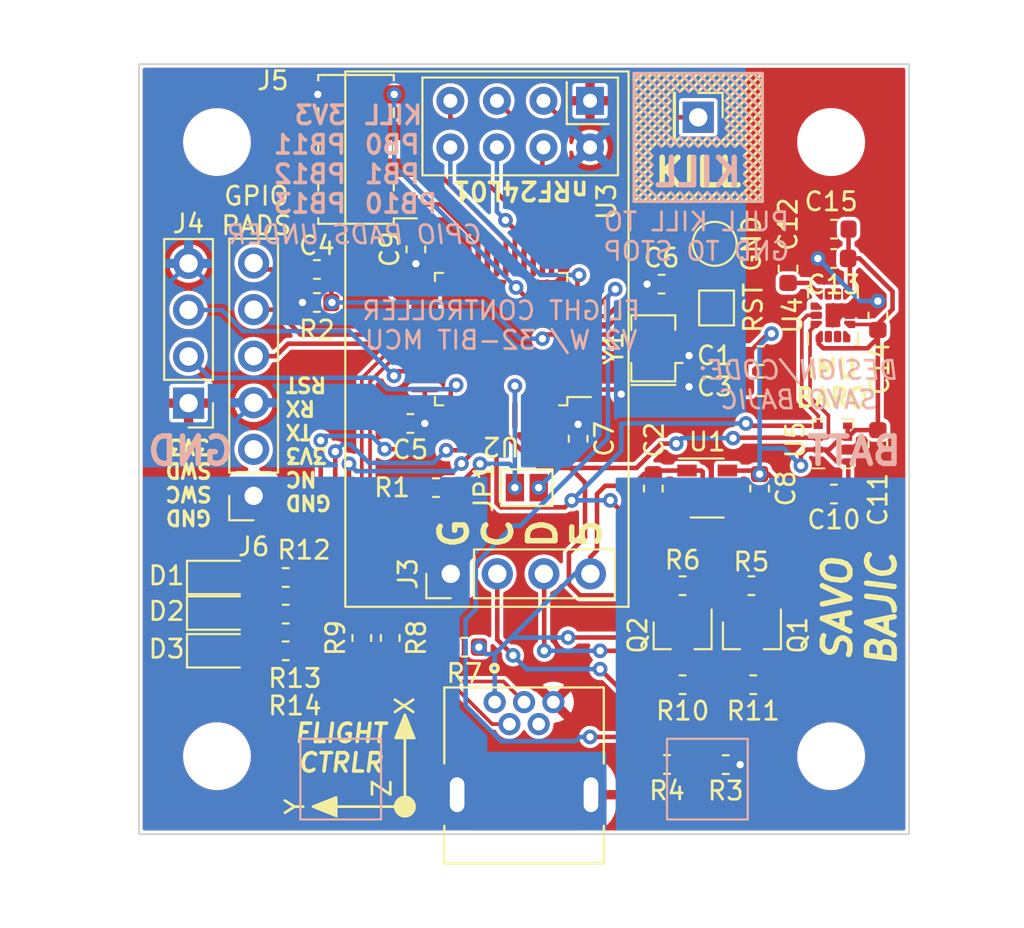
<source format=kicad_pcb>
(kicad_pcb (version 20221018) (generator pcbnew)
  (title_block (title "Flight Controller Board V2") (date "2022-01-24") (rev "2.1") (company "Savo Bajic"))
  (layers (0 "F.Cu" signal) (31 "B.Cu" signal) (34 "B.Paste" user) (35 "F.Paste" user) (36 "B.SilkS" user "B.Silkscreen") (37 "F.SilkS" user "F.Silkscreen") (38 "B.Mask" user) (39 "F.Mask" user) (44 "Edge.Cuts" user))
  (net 0 "")
  (net 1 "GND")
  (net 2 "+3V3")
  (net 3 "EXT_RST")
  (net 4 "/RST")
  (net 5 "+5V")
  (net 6 "TX")
  (net 7 "RX")
  (net 9 "/SCL_{5V}")
  (net 10 "KILL")
  (net 11 "SWDIO")
  (net 12 "SWCLK")
  (net 13 "/BOOT0")
  (net 14 "/SDA_{5V}")
  (net 16 "/SCL_{3V3}")
  (net 17 "+BATT")
  (net 18 "D+")
  (net 19 "D-")
  (net 20 "/MOSI")
  (net 21 "/MISO")
  (net 22 "/SCK")
  (net 23 "/SDA_{3V3}")
  (net 24 "/BATT_{LVL}")
  (net 26 "/d-")
  (net 27 "/d+")
  (net 28 "PB13")
  (net 29 "PB12")
  (net 30 "PB11")
  (net 31 "PB10")
  (net 32 "PB1")
  (net 33 "PB0")
  (net 34 "Net-(C12-Pad2)")
  (net 35 "Net-(U2-Pad6)")
  (net 36 "Net-(U2-Pad5)")
  (net 37 "Net-(D1-Pad2)")
  (net 38 "Net-(D2-Pad2)")
  (net 39 "Net-(D3-Pad2)")
  (net 40 "LED1")
  (net 41 "LED2")
  (net 42 "LED3")
  (net 46 "/RF_{INT}")
  (net 47 "/RF_{CE}")
  (net 48 "/RF_{CS}")
  (footprint "Capacitor_SMD:C_0603_1608Metric" (layer "F.Cu") (at 106.9125 88 180)
    (fp_text reference "C15")
    (fp_text value "2u2")
  )
  (footprint "Capacitor_SMD:C_0603_1608Metric" (layer "F.Cu") (at 106.9 89.6 180)
    (fp_text reference "C13")
    (fp_text value "0u1")
  )
  (footprint "Capacitor_SMD:C_0603_1608Metric" (layer "F.Cu") (at 109.3 92.7125 90)
    (fp_text reference "C14")
    (fp_text value "10n")
  )
  (footprint "Capacitor_SMD:C_0603_1608Metric" (layer "F.Cu") (at 104.4 90.15 -90)
    (fp_text reference "C12")
    (fp_text value "0u1")
  )
  (footprint "Capacitor_SMD:C_0603_1608Metric" (layer "F.Cu") (at 106.9 102.45)
    (fp_text reference "C10")
    (fp_text value "0u1")
  )
  (footprint "Capacitor_SMD:C_0603_1608Metric" (layer "F.Cu") (at 109.3 99.75 90)
    (fp_text reference "C11")
    (fp_text value "0u1")
  )
  (footprint "Capacitor_SMD:C_0603_1608Metric" (layer "F.Cu") (at 78.7 90.2 180)
    (fp_text reference "C4")
    (fp_text value "0u1")
  )
  (footprint "Capacitor_SMD:C_0603_1608Metric" (layer "F.Cu") (at 102.9 94.9)
    (fp_text reference "C1")
    (fp_text value "10u")
  )
  (footprint "Capacitor_SMD:C_0603_1608Metric" (layer "F.Cu") (at 102.9 96.6)
    (fp_text reference "C3")
    (fp_text value "1u")
  )
  (footprint "Capacitor_SMD:C_0603_1608Metric" (layer "F.Cu") (at 83.8 98.6 180)
    (fp_text reference "C5")
    (fp_text value "0u1")
  )
  (footprint "Capacitor_SMD:C_0603_1608Metric" (layer "F.Cu") (at 97.05 102.15 -90)
    (fp_text reference "C2")
    (fp_text value "1u")
  )
  (footprint "Capacitor_SMD:C_0603_1608Metric" (layer "F.Cu") (at 102.85 102.15 -90)
    (fp_text reference "C8")
    (fp_text value "1u")
  )
  (footprint "Capacitor_SMD:C_0603_1608Metric" (layer "F.Cu") (at 97.5 91)
    (fp_text reference "C6")
    (fp_text value "0u1")
  )
  (footprint "Capacitor_SMD:C_0603_1608Metric" (layer "F.Cu") (at 92.95 99.4375 -90)
    (fp_text reference "C7")
    (fp_text value "0u1")
  )
  (footprint "Capacitor_SMD:C_0603_1608Metric" (layer "F.Cu") (at 84.1 89.1 90)
    (fp_text reference "C9")
    (fp_text value "0u1")
  )
  (footprint "Connector_PinSocket_2.54mm:PinSocket_1x06_P2.54mm_Vertical" (layer "F.Cu") (at 75.25 102.55 180)
    (fp_text reference "J6")
    (fp_text value "PROG_SERIAL")
  )
  (footprint "2172034-1:TE_2172034-1" (layer "F.Cu") (at 90 118.85 -90)
    (fp_text reference "J2" hide)
    (fp_text value "USB_B_Mini")
  )
  (footprint "Connector_PinHeader_2.54mm:PinHeader_1x04_P2.54mm_Vertical" (layer "F.Cu") (at 86 106.8 90)
    (fp_text reference "J3")
    (fp_text value "ESC_SDA")
  )
  (footprint "Connector_PinHeader_2.54mm:PinHeader_1x01_P2.54mm_Vertical" (layer "F.Cu") (at 99.5 81.9 -90)
    (fp_text reference "J1" hide)
    (fp_text value "KILL_SWITCH")
  )
  (footprint "Connector_PinHeader_2.54mm:PinHeader_1x04_P2.54mm_Vertical" (layer "F.Cu") (at 71.7 97.49 180)
    (fp_text reference "J4")
    (fp_text value "DEBUG")
  )
  (footprint "Jumper:SolderJumper-2_P1.3mm_Open_Pad1.0x1.5mm" (layer "F.Cu") (at 90.15 102.1)
    (fp_text reference "JP1")
    (fp_text value "1")
  )
  (footprint "Package_TO_SOT_SMD:SOT-23" (layer "F.Cu") (at 98.65 110.15 -90)
    (fp_text reference "Q2")
    (fp_text value "2N7002")
  )
  (footprint "Package_TO_SOT_SMD:SOT-23" (layer "F.Cu") (at 102.43 110.15 -90)
    (fp_text reference "Q1")
    (fp_text value "2N7002")
  )
  (footprint "Resistor_SMD:R_0603_1608Metric" (layer "F.Cu") (at 101 117.21 180)
    (fp_text reference "R3")
    (fp_text value "60k")
  )
  (footprint "Resistor_SMD:R_0603_1608Metric" (layer "F.Cu") (at 97.8 117.2 180)
    (fp_text reference "R4")
    (fp_text value "10k")
  )
  (footprint "Resistor_SMD:R_0603_1608Metric" (layer "F.Cu") (at 78.7 92)
    (fp_text reference "R2")
    (fp_text value "10k")
  )
  (footprint "Resistor_SMD:R_0603_1608Metric" (layer "F.Cu") (at 102.5 112.85 180)
    (fp_text reference "R11")
    (fp_text value "10k")
  )
  (footprint "Resistor_SMD:R_0603_1608Metric" (layer "F.Cu") (at 98.65 112.85 180)
    (fp_text reference "R10")
    (fp_text value "10k")
  )
  (footprint "Resistor_SMD:R_0603_1608Metric" (layer "F.Cu") (at 98.65 107.45 180)
    (fp_text reference "R6")
    (fp_text value "10k")
  )
  (footprint "Resistor_SMD:R_0603_1608Metric" (layer "F.Cu") (at 102.4 107.45 180)
    (fp_text reference "R5")
    (fp_text value "10k")
  )
  (footprint "Resistor_SMD:R_0603_1608Metric" (layer "F.Cu") (at 86.75 110.8 180)
    (fp_text reference "R7")
    (fp_text value "10k")
  )
  (footprint "Resistor_SMD:R_0603_1608Metric" (layer "F.Cu") (at 82.7 110.3 -90)
    (fp_text reference "R8")
    (fp_text value "22")
  )
  (footprint "Resistor_SMD:R_0603_1608Metric" (layer "F.Cu") (at 81.15 110.3 90)
    (fp_text reference "R9")
    (fp_text value "22")
  )
  (footprint "Resistor_SMD:R_0603_1608Metric" (layer "F.Cu") (at 85.2 102.1 180)
    (fp_text reference "R1")
    (fp_text value "10k")
  )
  (footprint "TestPoint:TestPoint_Pad_1.5x1.5mm" (layer "F.Cu") (at 100.5 92.3 -90)
    (fp_text reference "TP1" hide)
    (fp_text value "RST")
  )
  (footprint "TestPoint:TestPoint_Pad_D2.0mm" (layer "F.Cu") (at 100.4 88.8 -90)
    (fp_text reference "TP3" hide)
    (fp_text value "GND")
  )
  (footprint "Package_QFP:LQFP-48_7x7mm_P0.5mm" (layer "F.Cu") (at 88.75 94 180)
    (fp_text reference "U2")
    (fp_text value "STM32F103CBTx")
  )
  (footprint "Package_LGA:LGA-14_3x2.5mm_P0.5mm_LayoutBorder3x4y" (layer "F.Cu") (at 106.85 92.7 90)
    (fp_text reference "U4")
    (fp_text value "ICM-20600")
  )
  (footprint "Package_LGA:Bosch_LGA-8_2x2.5mm_P0.65mm_ClockwisePinNumbering" (layer "F.Cu") (at 106.85 99.7 90)
    (fp_text reference "U5")
    (fp_text value "BMP280")
  )
  (footprint "Package_TO_SOT_SMD:SOT-23-5" (layer "F.Cu") (at 99.99 102.12)
    (fp_text reference "U1")
    (fp_text value "MIC5504-3.3YM5")
  )
  (footprint "Crystal:Resonator_SMD_muRata_CSTxExxV-3Pin_3.0x1.1mm" (layer "F.Cu") (at 97.05 94.5 90)
    (fp_text reference "Y1")
    (fp_text value "8MHz")
  )
  (footprint "MountingHole:MountingHole_3.2mm_M3" (layer "F.Cu") (at 73.25 83.25)
    (fp_text reference "H1" hide)
    (fp_text value "M3")
  )
  (footprint "MountingHole:MountingHole_3.2mm_M3" (layer "F.Cu") (at 73.25 116.75)
    (fp_text reference "H2" hide)
    (fp_text value "M3")
  )
  (footprint "MountingHole:MountingHole_3.2mm_M3" (layer "F.Cu") (at 106.75 83.25)
    (fp_text reference "H3" hide)
    (fp_text value "M3")
  )
  (footprint "MountingHole:MountingHole_3.2mm_M3" (layer "F.Cu") (at 106.75 116.75)
    (fp_text reference "H4" hide)
    (fp_text value "M3")
  )
  (footprint "Connector_PinHeader_2.00mm:PinHeader_2x04_P2.00mm_Vertical_SMD" (layer "F.Cu") (at 80.835 83.65 180)
    (fp_text reference "J5")
    (fp_text value "GPIO")
  )
  (footprint "LED_SMD:LED_0805_2012Metric_Castellated" (layer "F.Cu") (at 73.5 107)
    (fp_text reference "D1")
    (fp_text value "1.8")
  )
  (footprint "LED_SMD:LED_0805_2012Metric_Castellated" (layer "F.Cu") (at 73.5 108.94)
    (fp_text reference "D2")
    (fp_text value "1.8")
  )
  (footprint "LED_SMD:LED_0805_2012Metric_Castellated" (layer "F.Cu") (at 73.5 111)
    (fp_text reference "D3")
    (fp_text value "1.8")
  )
  (footprint "Resistor_SMD:R_0603_1608Metric" (layer "F.Cu") (at 77 107 180)
    (fp_text reference "R12")
    (fp_text value "150")
  )
  (footprint "Resistor_SMD:R_0603_1608Metric" (layer "F.Cu") (at 77 109 180)
    (fp_text reference "R13")
    (fp_text value "150")
  )
  (footprint "Resistor_SMD:R_0603_1608Metric" (layer "F.Cu") (at 77 111 180)
    (fp_text reference "R14")
    (fp_text value "150")
  )
  (footprint "RF_Module:nRF24L01_Breakout" (layer "F.Cu") (at 93.6 81 -90)
    (fp_text reference "U3")
    (fp_text value "NRF24L01")
  )
  (footprint "TestPoint:TestPoint_Pad_4.0x4.0mm" (layer "B.Cu") (at 100 118)
    (fp_text reference "TP2" hide)
    (fp_text value "BATT")
  )
  (footprint "TestPoint:TestPoint_Pad_4.0x4.0mm" (layer "B.Cu") (at 80 118)
    (fp_text reference "TP4" hide)
    (fp_text value "GND")
  )
  (gr_line (start 96 86.5) (end 103 86.5) (stroke (width 0.15)) (layer "B.SilkS"))
  (gr_line (start 103 83.5) (end 101 81.5) (stroke (width 0.15)) (layer "B.SilkS"))
  (gr_line (start 103 81) (end 101.5 79.5) (stroke (width 0.15)) (layer "B.SilkS"))
  (gr_line (start 103 82) (end 100.5 79.5) (stroke (width 0.15)) (layer "B.SilkS"))
  (gr_line (start 99 79.5) (end 100 80.5) (stroke (width 0.15)) (layer "B.SilkS"))
  (gr_line (start 101 86.5) (end 100.5 86) (stroke (width 0.15)) (layer "B.SilkS"))
  (gr_line (start 96 85) (end 97.5 86.5) (stroke (width 0.15)) (layer "B.SilkS"))
  (gr_line (start 102 85) (end 103 86) (stroke (width 0.15)) (layer "B.SilkS"))
  (gr_line (start 103 85.5) (end 102 84.5) (stroke (width 0.15)) (layer "B.SilkS"))
  (gr_line (start 99.5 86.5) (end 99 86) (stroke (width 0.15)) (layer "B.SilkS"))
  (gr_line (start 103 82.5) (end 100 79.5) (stroke (width 0.15)) (layer "B.SilkS"))
  (gr_line (start 98.5 86) (end 99 86.5) (stroke (width 0.15)) (layer "B.SilkS"))
  (gr_line (start 103 84) (end 101 82) (stroke (width 0.15)) (layer "B.SilkS"))
  (gr_line (start 98.5 80.5) (end 97.5 79.5) (stroke (width 0.15)) (layer "B.SilkS"))
  (gr_line (start 98 83.5) (end 96 81.5) (stroke (width 0.15)) (layer "B.SilkS"))
  (gr_line (start 96 82.5) (end 97 83.5) (stroke (width 0.15)) (layer "B.SilkS"))
  (gr_line (start 100 86.5) (end 99.5 86) (stroke (width 0.15)) (layer "B.SilkS"))
  (gr_line (start 97 85) (end 96 84) (stroke (width 0.15)) (layer "B.SilkS"))
  (gr_line (start 96 79.5) (end 96 86.5) (stroke (width 0.15)) (layer "B.SilkS"))
  (gr_line (start 98 80.5) (end 97 79.5) (stroke (width 0.15)) (layer "B.SilkS"))
  (gr_line (start 103 83) (end 101 81) (stroke (width 0.15)) (layer "B.SilkS"))
  (gr_line (start 103 86.5) (end 103 79.5) (stroke (width 0.15)) (layer "B.SilkS"))
  (gr_line (start 98 86.5) (end 97.5 86) (stroke (width 0.15)) (layer "B.SilkS"))
  (gr_line (start 96 83) (end 97 84) (stroke (width 0.15)) (layer "B.SilkS"))
  (gr_line (start 98 81) (end 96.5 79.5) (stroke (width 0.15)) (layer "B.SilkS"))
  (gr_line (start 97 86.5) (end 96 85.5) (stroke (width 0.15)) (layer "B.SilkS"))
  (gr_line (start 103 80) (end 102.5 79.5) (stroke (width 0.15)) (layer "B.SilkS"))
  (gr_line (start 98 82) (end 96 80) (stroke (width 0.15)) (layer "B.SilkS"))
  (gr_line (start 99 80.5) (end 98 79.5) (stroke (width 0.15)) (layer "B.SilkS"))
  (gr_line (start 100.5 86.5) (end 100 86) (stroke (width 0.15)) (layer "B.SilkS"))
  (gr_line (start 98 83) (end 96 81) (stroke (width 0.15)) (layer "B.SilkS"))
  (gr_line (start 102 86.5) (end 101.5 86) (stroke (width 0.15)) (layer "B.SilkS"))
  (gr_line (start 97.5 83.5) (end 96 82) (stroke (width 0.15)) (layer "B.SilkS"))
  (gr_line (start 101.5 86.5) (end 101 86) (stroke (width 0.15)) (layer "B.SilkS"))
  (gr_line (start 103 80.5) (end 102 79.5) (stroke (width 0.15)) (layer "B.SilkS"))
  (gr_line (start 100.5 80.5) (end 99.5 79.5) (stroke (width 0.15)) (layer "B.SilkS"))
  (gr_line (start 103 79.5) (end 96 79.5) (stroke (width 0.15)) (layer "B.SilkS"))
  (gr_line (start 103 81.5) (end 101 79.5) (stroke (width 0.15)) (layer "B.SilkS"))
  (gr_line (start 103 86.5) (end 102 85.5) (stroke (width 0.15)) (layer "B.SilkS"))
  (gr_line (start 98 81.5) (end 96 79.5) (stroke (width 0.15)) (layer "B.SilkS"))
  (gr_line (start 101 82.5) (end 103 84.5) (stroke (width 0.15)) (layer "B.SilkS"))
  (gr_line (start 97 84.5) (end 96 83.5) (stroke (width 0.15)) (layer "B.SilkS"))
  (gr_line (start 98.5 86.5) (end 98 86) (stroke (width 0.15)) (layer "B.SilkS"))
  (gr_line (start 97 85.5) (end 96 84.5) (stroke (width 0.15)) (layer "B.SilkS"))
  (gr_line (start 102.5 86.5) (end 102 86) (stroke (width 0.15)) (layer "B.SilkS"))
  (gr_line (start 98 82.5) (end 96 80.5) (stroke (width 0.15)) (layer "B.SilkS"))
  (gr_line (start 100.5 83.5) (end 100 83) (stroke (width 0.15)) (layer "B.SilkS"))
  (gr_line (start 96.5 86.5) (end 96 86) (stroke (width 0.15)) (layer "B.SilkS"))
  (gr_line (start 99.5 83.5) (end 99 83) (stroke (width 0.15)) (layer "B.SilkS"))
  (gr_line (start 100 83.5) (end 99.5 83) (stroke (width 0.15)) (layer "B.SilkS"))
  (gr_line (start 98 83) (end 98.5 83.5) (stroke (width 0.15)) (layer "B.SilkS"))
  (gr_line (start 101 83.5) (end 100.5 83) (stroke (width 0.15)) (layer "B.SilkS"))
  (gr_line (start 98.5 83) (end 99 83.5) (stroke (width 0.15)) (layer "B.SilkS"))
  (gr_line (start 99.5 80.5) (end 98.5 79.5) (stroke (width 0.15)) (layer "B.SilkS"))
  (gr_line (start 101 83) (end 101.5 83.5) (stroke (width 0.15)) (layer "B.SilkS"))
  (gr_line (start 102 84) (end 103 85) (stroke (width 0.15)) (layer "B.SilkS"))
  (gr_line (start 83.5 114.5) (end 83.5 119.5) (stroke (width 0.15)) (layer "F.SilkS"))
  (gr_poly (pts (xy 83 115.75) (xy 83.5 114.5) (xy 84 115.75)) (stroke (width 0.15)) (fill solid) (layer "F.SilkS"))
  (gr_line (start 98 82.5) (end 96 84.5) (stroke (width 0.15)) (layer "F.SilkS"))
  (gr_line (start 98 83.5) (end 98.5 83) (stroke (width 0.15)) (layer "F.SilkS"))
  (gr_line (start 97 86.5) (end 97.5 86) (stroke (width 0.15)) (layer "F.SilkS"))
  (gr_line (start 101 81) (end 102.5 79.5) (stroke (width 0.15)) (layer "F.SilkS"))
  (gr_line (start 96 82) (end 98.5 79.5) (stroke (width 0.15)) (layer "F.SilkS"))
  (gr_line (start 98.5 86.5) (end 99 86) (stroke (width 0.15)) (layer "F.SilkS"))
  (gr_line (start 96 81.5) (end 98 79.5) (stroke (width 0.15)) (layer "F.SilkS"))
  (gr_line (start 96 79.5) (end 103 79.5) (stroke (width 0.15)) (layer "F.SilkS"))
  (gr_line (start 96 80.5) (end 97 79.5) (stroke (width 0.15)) (layer "F.SilkS"))
  (gr_line (start 102 85.5) (end 103 84.5) (stroke (width 0.15)) (layer "F.SilkS"))
  (gr_line (start 100.5 86) (end 100 86.5) (stroke (width 0.15)) (layer "F.SilkS"))
  (gr_line (start 101 80.5) (end 102 79.5) (stroke (width 0.15)) (layer "F.SilkS"))
  (gr_line (start 98 86.5) (end 98.5 86) (stroke (width 0.15)) (layer "F.SilkS"))
  (gr_line (start 96 86.5) (end 96 79.5) (stroke (width 0.15)) (layer "F.SilkS"))
  (gr_line (start 96 83.5) (end 98 81.5) (stroke (width 0.15)) (layer "F.SilkS"))
  (gr_circle (center 83.5 119.5) (end 83.8 119.5) (stroke (width 0.6)) (fill none) (layer "F.SilkS"))
  (gr_line (start 96 84) (end 98 82) (stroke (width 0.15)) (layer "F.SilkS"))
  (gr_line (start 101 83) (end 103 81) (stroke (width 0.15)) (layer "F.SilkS"))
  (gr_line (start 102.5 86.5) (end 103 86) (stroke (width 0.15)) (layer "F.SilkS"))
  (gr_line (start 102 86.5) (end 103 85.5) (stroke (width 0.15)) (layer "F.SilkS"))
  (gr_line (start 102 84.5) (end 103 83.5) (stroke (width 0.15)) (layer "F.SilkS"))
  (gr_line (start 101 82.5) (end 103 80.5) (stroke (width 0.15)) (layer "F.SilkS"))
  (gr_line (start 96 85.5) (end 97 84.5) (stroke (width 0.15)) (layer "F.SilkS"))
  (gr_line (start 102 85) (end 103 84) (stroke (width 0.15)) (layer "F.SilkS"))
  (gr_line (start 103 86.5) (end 96 86.5) (stroke (width 0.15)) (layer "F.SilkS"))
  (gr_line (start 99 83.5) (end 99.5 83) (stroke (width 0.15)) (layer "F.SilkS"))
  (gr_line (start 96 83) (end 98 81) (stroke (width 0.15)) (layer "F.SilkS"))
  (gr_poly (pts (xy 79.75 120) (xy 78.5 119.5) (xy 79.75 119)) (stroke (width 0.15)) (fill solid) (layer "F.SilkS"))
  (gr_line (start 96 80) (end 96.5 79.5) (stroke (width 0.15)) (layer "F.SilkS"))
  (gr_line (start 101.5 83.5) (end 103 82) (stroke (width 0.15)) (layer "F.SilkS"))
  (gr_line (start 99 86.5) (end 99.5 86) (stroke (width 0.15)) (layer "F.SilkS"))
  (gr_line (start 101 83) (end 100.5 83.5) (stroke (width 0.15)) (layer "F.SilkS"))
  (gr_line (start 96 86.5) (end 97 85.5) (stroke (width 0.15)) (layer "F.SilkS"))
  (gr_line (start 97.5 86.5) (end 98 86) (stroke (width 0.15)) (layer "F.SilkS"))
  (gr_line (start 103 85) (end 101.5 86.5) (stroke (width 0.15)) (layer "F.SilkS"))
  (gr_line (start 96.5 86.5) (end 97 86) (stroke (width 0.15)) (layer "F.SilkS"))
  (gr_line (start 98.5 83.5) (end 99 83) (stroke (width 0.15)) (layer "F.SilkS"))
  (gr_line (start 96 82.5) (end 99 79.5) (stroke (width 0.15)) (layer "F.SilkS"))
  (gr_line (start 97 84) (end 96 85) (stroke (width 0.15)) (layer "F.SilkS"))
  (gr_line (start 101 83.5) (end 103 81.5) (stroke (width 0.15)) (layer "F.SilkS"))
  (gr_line (start 101 81.5) (end 103 79.5) (stroke (width 0.15)) (layer "F.SilkS"))
  (gr_line (start 99.5 83.5) (end 100 83) (stroke (width 0.15)) (layer "F.SilkS"))
  (gr_line (start 99.5 86.5) (end 100 86) (stroke (width 0.15)) (layer "F.SilkS"))
  (gr_line (start 83.5 119.5) (end 78.5 119.5) (stroke (width 0.15)) (layer "F.SilkS"))
  (gr_line (start 97 85) (end 96 86) (stroke (width 0.15)) (layer "F.SilkS"))
  (gr_line (start 100.5 83) (end 100 83.5) (stroke (width 0.15)) (layer "F.SilkS"))
  (gr_line (start 101 82) (end 103 80) (stroke (width 0.15)) (layer "F.SilkS"))
  (gr_line (start 98.5 80.5) (end 99.5 79.5) (stroke (width 0.15)) (layer "F.SilkS"))
  (gr_line (start 100.5 80.5) (end 101.5 79.5) (stroke (width 0.15)) (layer "F.SilkS"))
  (gr_line (start 100 79.5) (end 99 80.5) (stroke (width 0.15)) (layer "F.SilkS"))
  (gr_line (start 99.5 80.5) (end 100.5 79.5) (stroke (width 0.15)) (layer "F.SilkS"))
  (gr_line (start 96 81) (end 97.5 79.5) (stroke (width 0.15)) (layer "F.SilkS"))
  (gr_line (start 103 83) (end 102 84) (stroke (width 0.15)) (layer "F.SilkS"))
  (gr_line (start 100 80.5) (end 101 79.5) (stroke (width 0.15)) (layer "F.SilkS"))
  (gr_line (start 101 86.5) (end 101.5 86) (stroke (width 0.15)) (layer "F.SilkS"))
  (gr_line (start 97.5 83.5) (end 98 83) (stroke (width 0.15)) (layer "F.SilkS"))
  (gr_line (start 103 82.5) (end 102 83.5) (stroke (width 0.15)) (layer "F.SilkS"))
  (gr_line (start 103 79.5) (end 103 86.5) (stroke (width 0.15)) (layer "F.SilkS"))
  (gr_line (start 100.5 86.5) (end 101 86) (stroke (width 0.15)) (layer "F.SilkS"))
  (gr_line (start 69 121) (end 69 79) (stroke (width 0.1)) (layer "Edge.Cuts"))
  (gr_line (start 111 79) (end 111 121) (stroke (width 0.1)) (layer "Edge.Cuts"))
  (gr_line (start 111 121) (end 69 121) (stroke (width 0.1)) (layer "Edge.Cuts"))
  (gr_line (start 69 79) (end 111 79) (stroke (width 0.1)) (layer "Edge.Cuts"))
  (gr_text "KILL" (at 99.5 84.9) (layer "B.SilkS") (effects (font (size 1.5 1.5) (thickness 0.3)) (justify mirror)))
  (gr_text "GPIO PADS UNDER" (at 80.8 88.3) (layer "B.SilkS") (effects (font (size 1 1) (thickness 0.15) italic) (justify mirror)))
  (gr_text "GND" (at 71.8 100.1) (layer "B.SilkS") (effects (font (size 1.5 1.5) (thickness 0.3)) (justify mirror)))
  (gr_text "DESIGN/CODE:\nSAVO BAJIC" (at 105 96.5) (layer "B.SilkS") (effects (font (size 1 1) (thickness 0.15) italic) (justify mirror)))
  (gr_text "PULL KILL TO\nGND TO STOP" (at 99.4 88.4) (layer "B.SilkS") (effects (font (size 1 1)) (justify mirror)))
  (gr_text "FLIGHT CONTROLLER\nV2 W/ 32-BIT MCU" (at 88.75 93.25) (layer "B.SilkS") (effects (font (size 1 1)) (justify mirror)))
  (gr_text "KILL\nPB0\nPB1\nPB10" (at 81.2 84.2) (layer "B.SilkS") (effects (font (size 1 1) (thickness 0.2)) (justify right mirror)))
  (gr_text "BATT" (at 108 100.1) (layer "B.SilkS") (effects (font (size 1.5 1.5) (thickness 0.3)) (justify mirror)))
  (gr_text "3V3\nPB11\nPB12\nPB13" (at 80.4 84.2) (layer "B.SilkS") (effects (font (size 1 1) (thickness 0.2)) (justify left mirror)))
  (gr_text "G\nC\nD\n5" (at 89.8 104.6 90) (layer "F.SilkS") (effects (font (size 1.5 1.5) (thickness 0.3))))
  (gr_text "SAVO\nBAJIC" (at 108.3 108.7 90) (layer "F.SilkS") (effects (font (size 1.5 1.5) (thickness 0.3) italic)))
  (gr_text "IMU\nBARO" (at 106.8 96.4) (layer "F.SilkS") (effects (font (size 1 1) (thickness 0.2))))
  (gr_text "KILL" (at 99.5 84.9) (layer "F.SilkS") (effects (font (size 1.5 1.5) (thickness 0.3))))
  (gr_text "X" (at 83.5 114 90) (layer "F.SilkS") (effects (font (size 1 1))))
  (gr_text "Y" (at 77.5 119.5 90) (layer "F.SilkS") (effects (font (size 1 1))))
  (gr_text "Z" (at 82.25 118.5 90) (layer "F.SilkS") (effects (font (size 1 1))))
  (gr_text "GND\nSWC\nSWD\n3V3" (at 71.7 101.8 180) (layer "F.SilkS") (effects (font (size 0.8 0.8) (thickness 0.18))))
  (gr_text "GND\nNC\n3V3\nTX\nRX\nRST" (at 76.9 99.7 180) (layer "F.SilkS") (effects (font (size 0.8 0.8) (thickness 0.18)) (justify right)))
  (gr_text "GPIO\nPADS" (at 75.4 87) (layer "F.SilkS") (effects (font (size 1 1))))
  (gr_text "FLIGHT\nCTRLR" (at 80 116.3) (layer "F.SilkS") (effects (font (size 1 1) (thickness 0.2) italic)))
  (gr_text "nRF24L01" (at 89.8 85.9 180) (layer "F.SilkS") (effects (font (size 1 1) (thickness 0.2))))
  (segment (start 92.259298 100.225) (end 92.475 100.225) (width 0.25) (layer "F.Cu") (net 1))
  (segment (start 83.784298 96.25) (end 83.0125 97.021798) (width 0.25) (layer "F.Cu") (net 1))
  (segment (start 106.1125 102.45) (end 106.1125 100.7375) (width 0.25) (layer "F.Cu") (net 1))
  (segment (start 86.47501 95.165692) (end 86.47501 89.86249) (width 0.25) (layer "F.Cu") (net 1))
  (segment (start 83.0125 98.125) (end 83.0125 98.6) (width 0.25) (layer "F.Cu") (net 1))
  (segment (start 90.609298 93.25) (end 88 90.640702) (width 0.25) (layer "F.Cu") (net 1))
  (segment (start 84.5875 96.25) (end 83.784298 96.25) (width 0.25) (layer "F.Cu") (net 1))
  (segment (start 85.390702 96.25) (end 86.47501 95.165692) (width 0.25) (layer "F.Cu") (net 1))
  (segment (start 83.0125 97.021798) (end 83.0125 98.125) (width 0.25) (layer "F.Cu") (net 1))
  (segment (start 91 98.965702) (end 92.259298 100.225) (width 0.25) (layer "F.Cu") (net 1))
  (segment (start 88 90.575) (end 88 89.8375) (width 0.25) (layer "F.Cu") (net 1))
  (segment (start 104.4 89.3625) (end 105.7875 89.3625) (width 0.25) (layer "F.Cu") (net 1))
  (segment (start 84.1 88.3125) (end 85.778202 88.3125) (width 0.25) (layer "F.Cu") (net 1))
  (segment (start 106.1125 100.7375) (end 106.05 100.675) (width 0.25) (layer "F.Cu") (net 1))
  (segment (start 84.5875 96.25) (end 85.390702 96.25) (width 0.25) (layer "F.Cu") (net 1))
  (segment (start 107.7625 92.2) (end 107.7625 92.3125) (width 0.25) (layer "F.Cu") (net 1))
  (segment (start 85.778202 88.3125) (end 86.5 89.034298) (width 0.25) (layer "F.Cu") (net 1))
  (segment (start 86.759308 90.90001) (end 87.740692 90.90001) (width 0.25) (layer "F.Cu") (net 1))
  (segment (start 87.740692 90.90001) (end 88 90.640702) (width 0.25) (layer "F.Cu") (net 1))
  (segment (start 97.8675 102.12) (end 98.89 102.12) (width 0.25) (layer "F.Cu") (net 1))
  (segment (start 106.025 88.1) (end 106.125 88) (width 0.25) (layer "F.Cu") (net 1))
  (segment (start 86.47501 89.86249) (end 86.5 89.8375) (width 0.25) (layer "F.Cu") (net 1))
  (segment (start 86.5 89.1) (end 86.5 89.8375) (width 0.25) (layer "F.Cu") (net 1))
  (segment (start 86.5 89.034298) (end 86.5 89.1) (width 0.25) (layer "F.Cu") (net 1))
  (segment (start 86.5 90.640702) (end 86.759308 90.90001) (width 0.25) (layer "F.Cu") (net 1))
  (segment (start 105.7875 89.3625) (end 106.025 89.6) (width 0.25) (layer "F.Cu") (net 1))
  (segment (start 91 98.1625) (end 91 98.965702) (width 0.25) (layer "F.Cu") (net 1))
  (segment (start 97.05 102.9375) (end 97.8675 102.12) (width 0.25) (layer "F.Cu") (net 1))
  (segment (start 107.7625 92.2) (end 109.025 92.2) (width 0.25) (layer "F.Cu") (net 1))
  (segment (start 109.3 100.5375) (end 108.7875 100.025) (width 0.25) (layer "F.Cu") (net 1))
  (segment (start 86.5 89.8375) (end 86.5 90.640702) (width 0.25) (layer "F.Cu") (net 1))
  (segment (start 92.475 100.225) (end 92.95 100.225) (width 0.25) (layer "F.Cu") (net 1))
  (segment (start 107.7625 92.3125) (end 107.7625 92.67499) (width 0.25) (layer "F.Cu") (net 1))
  (segment (start 92.9125 93.25) (end 90.609298 93.25) (width 0.25) (layer "F.Cu") (net 1))
  (segment (start 88 90.640702) (end 88 90.575) (width 0.25) (layer "F.Cu") (net 1))
  (segment (start 109.025 92.2) (end 109.3 91.925) (width 0.25) (layer "F.Cu") (net 1))
  (segment (start 106.025 89.6) (end 106.025 88.1) (width 0.25) (layer "F.Cu") (net 1))
  (segment (start 108.7875 100.025) (end 107.65 100.025) (width 0.25) (layer "F.Cu") (net 1))
  (via (at 109.3 91.925) (size 0.8) (drill 0.4) (layers "F.Cu" "B.Cu") (net 1))
  (via (at 106.025 89.6) (size 0.8) (drill 0.4) (layers "F.Cu" "B.Cu") (net 1))
  (via (at 109.3 91.925) (size 0.8) (drill 0.4) (layers "F.Cu" "B.Cu") (net 1))
  (segment (start 75.25 115.5) (end 77.75 118) (width 0.25) (layer "B.Cu") (net 1))
  (segment (start 77.75 118) (end 80 118) (width 0.25) (layer "B.Cu") (net 1))
  (segment (start 108.35 91.925) (end 106.025 89.6) (width 0.25) (layer "B.Cu") (net 1))
  (segment (start 109.3 91.925) (end 108.35 91.925) (width 0.25) (layer "B.Cu") (net 1))
  (segment (start 80 118) (end 85.5 118) (width 0.25) (layer "B.Cu") (net 1))
  (segment (start 85.5 118) (end 86.35 118.85) (width 0.25) (layer "B.Cu") (net 1))
  (segment (start 75.25 102.55) (end 75.25 115.5) (width 0.25) (layer "B.Cu") (net 1))
  (segment (start 99.4375 108.9875) (end 99.6 109.15) (width 0.25) (layer "F.Cu") (net 2))
  (segment (start 109 93.2) (end 109.3 93.5) (width 0.2) (layer "F.Cu") (net 2))
  (segment (start 102.1125 94.9) (end 99 94.9) (width 0.25) (layer "F.Cu") (net 2))
  (segment (start 107.6875 100.7125) (end 107.65 100.675) (width 0.25) (layer "F.Cu") (net 2))
  (segment (start 105.409315 100.025) (end 106.05 100.025) (width 0.25) (layer "F.Cu") (net 2))
  (segment (start 84.1 89.8875) (end 85.95 89.8875) (width 0.25) (layer "F.Cu") (net 2))
  (segment (start 92.9125 96.75) (end 95.049999 96.75) (width 0.25) (layer "F.Cu") (net 2))
  (segment (start 107.7 88) (end 107.7 89.525) (width 0.25) (layer "F.Cu") (net 2))
  (segment (start 107.65 99.375) (end 107.65 98.725) (width 0.25) (layer "F.Cu") (net 2))
  (segment (start 109.3 98.9625) (end 109.3 93.5) (width 0.25) (layer "F.Cu") (net 2))
  (segment (start 103.1875 107.45) (end 103.1875 108.9575) (width 0.25) (layer "F.Cu") (net 2))
  (segment (start 103.65001 101.68751) (end 103.325 101.3625) (width 0.25) (layer "F.Cu") (net 2))
  (segment (start 109.3 93.9375) (end 108.73749 94.50001) (width 0.25) (layer "F.Cu") (net 2))
  (segment (start 84.5875 96.75) (end 84.5875 98.6) (width 0.25) (layer "F.Cu") (net 2))
  (segment (start 102.6575 101.17) (end 102.85 101.3625) (width 0.25) (layer "F.Cu") (net 2))
  (segment (start 110.10001 91.40001) (end 108.3 89.6) (width 0.25) (layer "F.Cu") (net 2))
  (segment (start 110.10001 92.368984) (end 110.10001 91.40001) (width 0.25) (layer "F.Cu") (net 2))
  (segment (start 103.1875 108.9575) (end 103.38 109.15) (width 0.25) (layer "F.Cu") (net 2))
  (segment (start 92.4625 98.1625) (end 92.95 98.65) (width 0.25) (layer "F.Cu") (net 2))
  (segment (start 99.6 109.15) (end 99.6 109.85) (width 0.25) (layer "F.Cu") (net 2))
  (segment (start 103.65001 101.68751) (end 103.65001 107.42499) (width 0.25) (layer "F.Cu") (net 2))
  (segment (start 106.323952 94.50001) (end 106.07499 94.251048) (width 0.25) (layer "F.Cu") (net 2))
  (segment (start 105.1 100.334315) (end 105.409315 100.025) (width 0.25) (layer "F.Cu") (net 2))
  (segment (start 103.38 109.85) (end 103.38 109.15) (width 0.25) (layer "F.Cu") (net 2))
  (segment (start 107.775 91.38751) (end 107.62501 91.5375) (width 0.25) (layer "F.Cu") (net 2))
  (segment (start 107.7625 93.2) (end 109 93.2) (width 0.2) (layer "F.Cu") (net 2))
  (segment (start 107.289998 99.375) (end 107.65 99.375) (width 0.25) (layer "F.Cu") (net 2))
  (segment (start 107.775 89.6) (end 107.775 91.38751) (width 0.25) (layer "F.Cu") (net 2))
  (segment (start 96.275 91) (end 94.525 92.75) (width 0.25) (layer "F.Cu") (net 2))
  (segment (start 99.675001 109.925001) (end 103.304999 109.925001) (width 0.25) (layer "F.Cu") (net 2))
  (segment (start 92.9125 92.75) (end 94.525 92.75) (width 0.25) (layer "F.Cu") (net 2))
  (segment (start 109.3 93.5) (end 109.3 93.168994) (width 0.25) (layer "F.Cu") (net 2))
  (segment (start 103.625 107.45) (end 103.1875 107.45) (width 0.25) (layer "F.Cu") (net 2))
  (segment (start 108.3 89.6) (end 107.775 89.6) (width 0.25) (layer "F.Cu") (net 2))
  (segment (start 103.3125 93.7) (end 102.1125 94.9) (width 0.25) (layer "F.Cu") (net 2))
  (segment (start 95.049999 96.75) (end 95.299999 97) (width 0.25) (layer "F.Cu") (net 2))
  (segment (start 106.639998 100.025) (end 107.289998 99.375) (width 0.25) (layer "F.Cu") (net 2))
  (segment (start 105.1 100.9) (end 105.1 100.334315) (width 0.25) (layer "F.Cu") (net 2))
  (segment (start 109.3 93.5) (end 109.3 93.9375) (width 0.25) (layer "F.Cu") (net 2))
  (segment (start 96.7125 91) (end 96.275 91) (width 0.25) (layer "F.Cu") (net 2))
  (segment (start 107.65 100.675) (end 107.060002 100.675) (width 0.25) (layer "F.Cu") (net 2))
  (segment (start 85.95 89.8875) (end 86 89.8375) (width 0.25) (layer "F.Cu") (net 2))
  (segment (start 103.304999 109.925001) (end 103.38 109.85) (width 0.25) (layer "F.Cu") (net 2))
  (segment (start 99.4375 107.45) (end 99.4375 108.9875) (width 0.25) (layer "F.Cu") (net 2))
  (segment (start 91.5 98.1625) (end 92.4625 98.1625) (width 0.25) (layer "F.Cu") (net 2))
  (segment (start 99.6 109.85) (end 99.675001 109.925001) (width 0.25) (layer "F.Cu") (net 2))
  (segment (start 103.325 101.3625) (end 102.85 101.3625) (width 0.25) (layer "F.Cu") (net 2))
  (segment (start 109.3 98.9625) (end 108.0625 98.9625) (width 0.25) (layer "F.Cu") (net 2))
  (segment (start 109.3 93.168994) (end 110.10001 92.368984) (width 0.25) (layer "F.Cu") (net 2))
  (segment (start 103.5 93.7) (end 103.3125 93.7) (width 0.25) (layer "F.Cu") (net 2))
  (segment (start 106.05 100.025) (end 106.639998 100.025) (width 0.25) (layer "F.Cu") (net 2))
  (segment (start 106.07499 94.251048) (end 106.07499 93.8625) (width 0.25) (layer "F.Cu") (net 2))
  (segment (start 101.09 101.17) (end 102.6575 101.17) (width 0.25) (layer "F.Cu") (net 2))
  (segment (start 103.65001 107.42499) (end 103.625 107.45) (width 0.25) (layer "F.Cu") (net 2))
  (segment (start 108.0625 98.9625) (end 107.65 99.375) (width 0.25) (layer "F.Cu") (net 2))
  (segment (start 108.73749 94.50001) (end 106.323952 94.50001) (width 0.25) (layer "F.Cu") (net 2))
  (segment (start 102.1125 96.6) (end 102.1125 94.9) (width 0.25) (layer "F.Cu") (net 2))
  (segment (start 102.1125 96.6) (end 99 96.6) (width 0.25) (layer "F.Cu") (net 2))
  (segment (start 107.7 89.525) (end 107.775 89.6) (width 0.25) (layer "F.Cu") (net 2))
  (segment (start 107.6875 102.45) (end 107.6875 100.7125) (width 0.25) (layer "F.Cu") (net 2))
  (segment (start 107.060002 100.675) (end 106.410002 100.025) (width 0.25) (layer "F.Cu") (net 2))
  (via (at 99 94.9) (size 0.8) (drill 0.4) (layers "F.Cu" "B.Cu") (net 2))
  (via (at 84.5875 98.6) (size 0.8) (drill 0.4) (layers "F.Cu" "B.Cu") (net 2))
  (via (at 103.5 93.7) (size 0.8) (drill 0.4) (layers "F.Cu" "B.Cu") (net 2))
  (via (at 92.95 98.65) (size 0.8) (drill 0.4) (layers "F.Cu" "B.Cu") (net 2))
  (via (at 99 96.6) (size 0.8) (drill 0.4) (layers "F.Cu" "B.Cu") (net 2))
  (via (at 95.299999 97) (size 0.8) (drill 0.4) (layers "F.Cu" "B.Cu") (net 2))
  (via (at 102.85 101.3625) (size 0.8) (drill 0.4) (layers "F.Cu" "B.Cu") (net 2))
  (via (at 84.1 89.8875) (size 0.8) (drill 0.4) (layers "F.Cu" "B.Cu") (net 2))
  (via (at 77.9125 92) (size 0.8) (drill 0.4) (layers "F.Cu" "B.Cu") (net 2))
  (via (at 105.1 100.9) (size 0.8) (drill 0.4) (layers "F.Cu" "B.Cu") (net 2))
  (via (at 78.75 80.65) (size 0.8) (drill 0.4) (layers "F.Cu" "B.Cu") (net 2))
  (via (at 90.8 102.1) (size 0.8) (drill 0.4) (layers "F.Cu" "B.Cu") (net 2))
  (via (at 96.7125 91) (size 0.8) (drill 0.4) (layers "F.Cu" "B.Cu") (net 2))
  (segment (start 75.25 97.47) (end 74.054999 98.665001) (width 0.25) (layer "B.Cu") (net 2))
  (segment (start 69.37501 92.19499) (end 71.7 89.87) (width 0.25) (layer "B.Cu") (net 2))
  (segment (start 102.85 99.96005) (end 102.85 101.3625) (width 0.25) (layer "B.Cu") (net 2))
  (segment (start 80.4375 89.8875) (end 84.1 89.8875) (width 0.25) (layer "B.Cu") (net 2))
  (segment (start 102.85 94.35) (end 103.5 93.7) (width 0.25) (layer "B.Cu") (net 2))
  (segment (start 78.75 80.65) (end 78.75 91.95) (width 0.25) (layer "B.Cu") (net 2))
  (segment (start 92.95 99.95) (end 90.8 102.1) (width 0.25) (layer "B.Cu") (net 2))
  (segment (start 78.75 91.95) (end 78.8 92) (width 0.25) (layer "B.Cu") (net 2))
  (segment (start 70.589999 98.665001) (end 69.37501 97.450012) (width 0.25) (layer "B.Cu") (net 2))
  (segment (start 97.15 91) (end 96.7125 91) (width 0.25) (layer "B.Cu") (net 2))
  (segment (start 72.855001 91.025001) (end 78.300001 91.025001) (width 0.25) (layer "B.Cu") (net 2))
  (segment (start 78.8 92) (end 77.9125 92) (width 0.25) (layer "B.Cu") (net 2))
  (segment (start 102.85 99.96005) (end 104.16005 99.96005) (width 0.25) (layer "B.Cu") (net 2))
  (segment (start 78.8 91.525) (end 78.8 92) (width 0.25) (layer "B.Cu") (net 2))
  (segment (start 99 96.6) (end 99 94.9) (width 0.25) (layer "B.Cu") (net 2))
  (segment (start 78.300001 91.025001) (end 78.8 91.525) (width 0.25) (layer "B.Cu") (net 2))
  (segment (start 96.7125 95.587499) (end 96.7125 91) (width 0.25) (layer "B.Cu") (net 2))
  (segment (start 95.299999 97) (end 96.7125 95.587499) (width 0.25) (layer "B.Cu") (net 2))
  (segment (start 78.8 91.525) (end 80.4375 89.8875) (width 0.25) (layer "B.Cu") (net 2))
  (segment (start 102.85 99.96005) (end 102.85 94.35) (width 0.25) (layer "B.Cu") (net 2))
  (segment (start 92.95 98.65) (end 92.95 99.95) (width 0.25) (layer "B.Cu") (net 2))
  (segment (start 71.7 89.87) (end 72.855001 91.025001) (width 0.25) (layer "B.Cu") (net 2))
  (segment (start 99 94.9) (end 99 92.85) (width 0.25) (layer "B.Cu") (net 2))
  (segment (start 99 92.85) (end 97.15 91) (width 0.25) (layer "B.Cu") (net 2))
  (segment (start 104.16005 99.96005) (end 105.1 100.9) (width 0.25) (layer "B.Cu") (net 2))
  (segment (start 74.054999 98.665001) (end 70.589999 98.665001) (width 0.25) (layer "B.Cu") (net 2))
  (segment (start 69.37501 97.450012) (end 69.37501 92.19499) (width 0.25) (layer "B.Cu") (net 2))
  (segment (start 75.6 90.2) (end 75.25 89.85) (width 0.25) (layer "F.Cu") (net 3))
  (segment (start 77.9125 90.2) (end 75.6 90.2) (width 0.25) (layer "F.Cu") (net 3))
  (segment (start 95.91358 92.60001) (end 99.19999 92.60001) (width 0.25) (layer "F.Cu") (net 4))
  (segment (start 91.227703 93.75) (end 91.002703 93.975) (width 0.25) (layer "F.Cu") (net 4))
  (segment (start 92.9125 93.75) (end 94.76359 93.75) (width 0.25) (layer "F.Cu") (net 4))
  (segment (start 99.19999 92.60001) (end 99.5 92.3) (width 0.25) (layer "F.Cu") (net 4))
  (segment (start 99.5 92.3) (end 100.5 92.3) (width 0.25) (layer "F.Cu") (net 4))
  (segment (start 92.9125 93.75) (end 91.227703 93.75) (width 0.25) (layer "F.Cu") (net 4))
  (segment (start 79.4875 92) (end 79.4875 90.2) (width 0.25) (layer "F.Cu") (net 4))
  (segment (start 94.76359 93.75) (end 95.91358 92.60001) (width 0.25) (layer "F.Cu") (net 4))
  (via (at 91.002703 93.975) (size 0.8) (drill 0.4) (layers "F.Cu" "B.Cu") (net 4))
  (via (at 79.525 92) (size 0.8) (drill 0.4) (layers "F.Cu" "B.Cu") (net 4))
  (segment (start 91.002703 93.975) (end 89.775 93.975) (width 0.25) (layer "B.Cu") (net 4))
  (segment (start 89.775 93.975) (end 87.8 92) (width 0.25) (layer "B.Cu") (net 4))
  (segment (start 79.525 92) (end 87.8 92) (width 0.25) (layer "B.Cu") (net 4))
  (segment (start 99.67 101.17) (end 98.89 101.17) (width 0.25) (layer "F.Cu") (net 5))
  (segment (start 99.4375 110.502498) (end 99.4375 112.375) (width 0.25) (layer "F.Cu") (net 5))
  (segment (start 99.745001 102.994999) (end 99.745001 101.245001) (width 0.25) (layer "F.Cu") (net 5))
  (segment (start 97.2425 101.17) (end 97.05 101.3625) (width 0.25) (layer "F.Cu") (net 5))
  (segment (start 101.412501 110.399999) (end 102.999999 110.399999) (width 0.2) (layer "F.Cu") (net 5))
  (segment (start 95.9 102) (end 96.5375 101.3625) (width 0.25) (layer "F.Cu") (net 5))
  (segment (start 102.999999 110.399999) (end 103.2875 110.6875) (width 0.2) (layer "F.Cu") (net 5))
  (segment (start 103.2875 110.6875) (end 103.2875 112.85) (width 0.2) (layer "F.Cu") (net 5))
  (segment (start 99.745001 101.245001) (end 99.67 101.17) (width 0.25) (layer "F.Cu") (net 5))
  (segment (start 99.210002 110.275) (end 99.4375 110.502498) (width 0.25) (layer "F.Cu") (net 5))
  (segment (start 99.4375 112.375) (end 101.412501 110.399999) (width 0.2) (layer "F.Cu") (net 5))
  (segment (start 93.981402 105.518598) (end 93.981402 102.445596) (width 0.25) (layer "F.Cu") (net 5))
  (segment (start 98.89 101.17) (end 97.2425 101.17) (width 0.25) (layer "F.Cu") (net 5))
  (segment (start 93.62 105.88) (end 93.981402 105.518598) (width 0.25) (layer "F.Cu") (net 5))
  (segment (start 92.4 110.275) (end 99.210002 110.275) (width 0.25) (layer "F.Cu") (net 5))
  (segment (start 93.981402 102.445596) (end 94.426998 102) (width 0.25) (layer "F.Cu") (net 5))
  (segment (start 96.5375 101.3625) (end 97.05 101.3625) (width 0.25) (layer "F.Cu") (net 5))
  (segment (start 99.67 103.07) (end 99.745001 102.994999) (width 0.25) (layer "F.Cu") (net 5))
  (segment (start 99.4375 112.375) (end 99.4375 112.85) (width 0.25) (layer "F.Cu") (net 5))
  (segment (start 94.426998 102) (end 95.9 102) (width 0.25) (layer "F.Cu") (net 5))
  (segment (start 98.89 103.07) (end 99.67 103.07) (width 0.25) (layer "F.Cu") (net 5))
  (segment (start 93.62 106.8) (end 93.62 105.88) (width 0.25) (layer "F.Cu") (net 5))
  (via (at 87.5375 110.8) (size 0.8) (drill 0.4) (layers "F.Cu" "B.Cu") (net 5))
  (via (at 92.4 110.275) (size 0.8) (drill 0.4) (layers "F.Cu" "B.Cu") (net 5))
  (segment (start 88.4 111.176998) (end 92.776998 106.8) (width 0.25) (layer "B.Cu") (net 5))
  (segment (start 87.914498 111.176998) (end 87.5375 110.8) (width 0.25) (layer "B.Cu") (net 5))
  (segment (start 88.4 113.8) (end 88.4 111.176998) (width 0.25) (layer "B.Cu") (net 5))
  (segment (start 93.62 106.8) (end 92.776998 106.8) (width 0.25) (layer "B.Cu") (net 5))
  (segment (start 89.301998 110.275) (end 92.4 110.275) (width 0.25) (layer "B.Cu") (net 5))
  (segment (start 88.4 111.176998) (end 87.914498 111.176998) (width 0.25) (layer "B.Cu") (net 5))
  (segment (start 75.25 92.39) (end 76.452081 92.39) (width 0.25) (layer "F.Cu") (net 6))
  (segment (start 77.812081 93.75) (end 83.85 93.75) (width 0.25) (layer "F.Cu") (net 6))
  (segment (start 76.452081 92.39) (end 77.812081 93.75) (width 0.25) (layer "F.Cu") (net 6))
  (segment (start 83.85 93.75) (end 84.5875 93.75) (width 0.25) (layer "F.Cu") (net 6))
  (segment (start 77.132081 94.25) (end 83.85 94.25) (width 0.25) (layer "F.Cu") (net 7))
  (segment (start 76.452081 94.93) (end 77.132081 94.25) (width 0.25) (layer "F.Cu") (net 7))
  (segment (start 75.25 94.93) (end 76.452081 94.93) (width 0.25) (layer "F.Cu") (net 7))
  (segment (start 83.85 94.25) (end 84.5875 94.25) (width 0.25) (layer "F.Cu") (net 7))
  (segment (start 95.80001 113.65001) (end 101.38749 113.65001) (width 0.25) (layer "F.Cu") (net 9))
  (segment (start 88.54 110.39) (end 89.4 111.25) (width 0.25) (layer "F.Cu") (net 9))
  (segment (start 88.54 106.8) (end 88.54 110.39) (width 0.25) (layer "F.Cu") (net 9))
  (segment (start 101.38749 113.65001) (end 101.7125 113.325) (width 0.25) (layer "F.Cu") (net 9))
  (segment (start 102.43 111.15) (end 102.43 112.1325) (width 0.25) (layer "F.Cu") (net 9))
  (segment (start 102.43 112.1325) (end 101.7125 112.85) (width 0.25) (layer "F.Cu") (net 9))
  (segment (start 94.15 112) (end 95.80001 113.65001) (width 0.25) (layer "F.Cu") (net 9))
  (segment (start 101.7125 113.325) (end 101.7125 112.85) (width 0.25) (layer "F.Cu") (net 9))
  (via (at 89.4 111.25) (size 0.8) (drill 0.4) (layers "F.Cu" "B.Cu") (net 9))
  (via (at 94.15 112) (size 0.8) (drill 0.4) (layers "F.Cu" "B.Cu") (net 9))
  (segment (start 90.15 112) (end 94.15 112) (width 0.25) (layer "B.Cu") (net 9))
  (segment (start 89.4 111.25) (end 90.15 112) (width 0.25) (layer "B.Cu") (net 9))
  (segment (start 92.9125 91.75) (end 90.134604 91.75) (width 0.25) (layer "F.Cu") (net 10))
  (segment (start 94.249846 86.050154) (end 98.4 81.9) (width 0.25) (layer "F.Cu") (net 10))
  (segment (start 94.249846 91.215856) (end 94.249846 86.050154) (width 0.25) (layer "F.Cu") (net 10))
  (segment (start 90.134604 91.75) (end 89.567302 91.182698) (width 0.25) (layer "F.Cu") (net 10))
  (segment (start 92.9125 91.75) (end 93.715702 91.75) (width 0.25) (layer "F.Cu") (net 10))
  (segment (start 98.4 81.9) (end 99.5 81.9) (width 0.25) (layer "F.Cu") (net 10))
  (segment (start 93.715702 91.75) (end 94.249846 91.215856) (width 0.25) (layer "F.Cu") (net 10))
  (via (at 82.92 80.65) (size 0.8) (drill 0.4) (layers "F.Cu" "B.Cu") (net 10))
  (via (at 89.567302 91.182698) (size 0.8) (drill 0.4) (layers "F.Cu" "B.Cu") (net 10))
  (segment (start 89.567302 91.182698) (end 82.92 84.535396) (width 0.25) (layer "B.Cu") (net 10))
  (segment (start 82.92 84.535396) (end 82.92 80.65) (width 0.25) (layer "B.Cu") (net 10))
  (segment (start 83.15815 95.75) (end 82.904075 96.004075) (width 0.25) (layer "F.Cu") (net 11))
  (segment (start 84.5875 95.75) (end 83.15815 95.75) (width 0.25) (layer "F.Cu") (net 11))
  (via (at 82.904075 96.004075) (size 0.8) (drill 0.4) (layers "F.Cu" "B.Cu") (net 11))
  (segment (start 73.530998 92.41) (end 71.7 92.41) (width 0.25) (layer "B.Cu") (net 11))
  (segment (start 74.685999 93.565001) (end 73.530998 92.41) (width 0.25) (layer "B.Cu") (net 11))
  (segment (start 82.904075 96.004075) (end 80.465001 93.565001) (width 0.25) (layer "B.Cu") (net 11))
  (segment (start 80.465001 93.565001) (end 74.685999 93.565001) (width 0.25) (layer "B.Cu") (net 11))
  (segment (start 86 96.8) (end 86 98.1625) (width 0.25) (layer "F.Cu") (net 12))
  (segment (start 86.3 96.5) (end 86 96.8) (width 0.25) (layer "F.Cu") (net 12))
  (via (at 86.3 96.5) (size 0.8) (drill 0.4) (layers "F.Cu" "B.Cu") (net 12))
  (segment (start 72.855001 96.105001) (end 81.931999 96.105001) (width 0.25) (layer "B.Cu") (net 12))
  (segment (start 71.7 94.95) (end 72.855001 96.105001) (width 0.25) (layer "B.Cu") (net 12))
  (segment (start 86.070924 96.729076) (end 86.3 96.5) (width 0.25) (layer "B.Cu") (net 12))
  (segment (start 81.931999 96.105001) (end 82.556074 96.729076) (width 0.25) (layer "B.Cu") (net 12))
  (segment (start 82.556074 96.729076) (end 86.070924 96.729076) (width 0.25) (layer "B.Cu") (net 12))
  (segment (start 86.3 102.1) (end 87.6 100.8) (width 0.25) (layer "F.Cu") (net 13))
  (segment (start 89.5 98.1625) (end 89.5 96.55) (width 0.25) (layer "F.Cu") (net 13))
  (segment (start 85.9875 102.1) (end 86.3 102.1) (width 0.25) (layer "F.Cu") (net 13))
  (via (at 89.5 102.1) (size 0.8) (drill 0.4) (layers "F.Cu" "B.Cu") (net 13))
  (via (at 87.6 100.8) (size 0.8) (drill 0.4) (layers "F.Cu" "B.Cu") (net 13))
  (via (at 89.5 96.55) (size 0.8) (drill 0.4) (layers "F.Cu" "B.Cu") (net 13))
  (segment (start 89.5 96.55) (end 89.5 102.1) (width 0.25) (layer "B.Cu") (net 13))
  (segment (start 89.2 100.8) (end 89.5 101.1) (width 0.25) (layer "B.Cu") (net 13))
  (segment (start 87.6 100.8) (end 89.2 100.8) (width 0.25) (layer "B.Cu") (net 13))
  (segment (start 97.8625 112.85) (end 97.425 112.85) (width 0.25) (layer "F.Cu") (net 14))
  (segment (start 97.425 112.85) (end 95.575 111) (width 0.25) (layer "F.Cu") (net 14))
  (segment (start 95.575 111) (end 94.15 111) (width 0.25) (layer "F.Cu") (net 14))
  (segment (start 91.1 111) (end 91.1 106.82) (width 0.25) (layer "F.Cu") (net 14))
  (segment (start 98.65 112.0625) (end 97.8625 112.85) (width 0.25) (layer "F.Cu") (net 14))
  (segment (start 91.1 106.82) (end 91.08 106.8) (width 0.25) (layer "F.Cu") (net 14))
  (segment (start 98.65 111.15) (end 98.65 112.0625) (width 0.25) (layer "F.Cu") (net 14))
  (via (at 91.1 111) (size 0.8) (drill 0.4) (layers "F.Cu" "B.Cu") (net 14))
  (via (at 94.15 111) (size 0.8) (drill 0.4) (layers "F.Cu" "B.Cu") (net 14))
  (segment (start 91.1 111) (end 94.15 111) (width 0.25) (layer "B.Cu") (net 14))
  (segment (start 101.6125 106.975) (end 101.28749 106.64999) (width 0.25) (layer "F.Cu") (net 16))
  (segment (start 105.14998 93.00002) (end 105.45 92.7) (width 0.2) (layer "F.Cu") (net 16))
  (segment (start 106.05 98.175) (end 105.14998 97.27498) (width 0.2) (layer "F.Cu") (net 16))
  (segment (start 101.48 109.15) (end 101.48 107.5825) (width 0.25) (layer "F.Cu") (net 16))
  (segment (start 105.6 98.725) (end 102.225 98.725) (width 0.25) (layer "F.Cu") (net 16))
  (segment (start 101.48 107.5825) (end 101.6125 107.45) (width 0.25) (layer "F.Cu") (net 16))
  (segment (start 105.14998 97.27498) (end 105.14998 93.00002) (width 0.2) (layer "F.Cu") (net 16))
  (segment (start 101.6125 107.45) (end 101.6125 106.975) (width 0.25) (layer "F.Cu") (net 16))
  (segment (start 105.45 92.7) (end 105.9375 92.7) (width 0.2) (layer "F.Cu") (net 16))
  (segment (start 106.05 98.725) (end 106.05 98.175) (width 0.2) (layer "F.Cu") (net 16))
  (segment (start 92.224999 103.175001) (end 92.6 102.8) (width 0.25) (layer "F.Cu") (net 16))
  (segment (start 88.739999 103.175001) (end 92.224999 103.175001) (width 0.25) (layer "F.Cu") (net 16))
  (segment (start 88.5 102.935002) (end 88.739999 103.175001) (width 0.25) (layer "F.Cu") (net 16))
  (segment (start 105.6 98.725) (end 106.05 98.725) (width 0.2) (layer "F.Cu") (net 16))
  (segment (start 102.225 98.725) (end 102.1 98.6) (width 0.25) (layer "F.Cu") (net 16))
  (segment (start 101.28749 106.64999) (end 98.562796 106.64999) (width 0.25) (layer "F.Cu") (net 16))
  (segment (start 98.562796 106.64999) (end 94.706403 102.793597) (width 0.25) (layer "F.Cu") (net 16))
  (segment (start 88.5 98.1625) (end 88.5 102.935002) (width 0.25) (layer "F.Cu") (net 16))
  (via (at 94.706403 102.793597) (size 0.8) (drill 0.4) (layers "F.Cu" "B.Cu") (net 16))
  (via (at 92.6 102.8) (size 0.8) (drill 0.4) (layers "F.Cu" "B.Cu") (net 16))
  (via (at 102.1 98.6) (size 0.8) (drill 0.4) (layers "F.Cu" "B.Cu") (net 16))
  (segment (start 94.706403 102.793597) (end 92.606403 102.793597) (width 0.25) (layer "B.Cu") (net 16))
  (segment (start 95.3 98.6) (end 102.1 98.6) (width 0.25) (layer "B.Cu") (net 16))
  (segment (start 95.3 100.1) (end 95.3 98.6) (width 0.25) (layer "B.Cu") (net 16))
  (segment (start 92.6 102.8) (end 95.3 100.1) (width 0.25) (layer "B.Cu") (net 16))
  (via (at 101.7875 117.21) (size 0.8) (drill 0.4) (layers "F.Cu" "B.Cu") (net 17))
  (segment (start 100 118) (end 100.9975 118) (width 0.25) (layer "B.Cu") (net 17))
  (segment (start 100.9975 118) (end 101.7875 117.21) (width 0.25) (layer "B.Cu") (net 17))
  (segment (start 81.95525 105.551447) (end 81.698553 105.551447) (width 0.2) (layer "F.Cu") (net 18))
  (segment (start 82.277504 106.738685) (end 82.359344 106.656845) (width 0.2) (layer "F.Cu") (net 18))
  (segment (start 81.621501 106.888553) (end 81.637106 106.872948) (width 0.2) (layer "F.Cu") (net 18))
  (segment (start 81.655792 105.541687) (end 81.637106 105.529945) (width 0.2) (layer "F.Cu") (net 18))
  (segment (start 81.698553 105.551447) (end 81.676622 105.548976) (width 0.2) (layer "F.Cu") (net 18))
  (segment (start 81.6 96.3182) (end 82.6932 95.225) (width 0.2) (layer "F.Cu") (net 18))
  (segment (start 81.6 106.95) (end 81.60247 106.928069) (width 0.2) (layer "F.Cu") (net 18))
  (segment (start 81.637106 106.872948) (end 81.655792 106.861206) (width 0.2) (layer "F.Cu") (net 18))
  (segment (start 82.459147 105.953291) (end 82.420921 105.844047) (width 0.2) (layer "F.Cu") (net 18))
  (segment (start 82.420921 105.844047) (end 82.359344 105.746048) (width 0.2) (layer "F.Cu") (net 18))
  (segment (start 81.609759 106.907239) (end 81.621501 106.888553) (width 0.2) (layer "F.Cu") (net 18))
  (segment (start 81.95525 106.851447) (end 82.070261 106.838488) (width 0.2) (layer "F.Cu") (net 18))
  (segment (start 82.070261 106.838488) (end 82.179505 106.800262) (width 0.2) (layer "F.Cu") (net 18))
  (segment (start 82.472106 106.068302) (end 82.459147 105.953291) (width 0.2) (layer "F.Cu") (net 18))
  (segment (start 81.637106 105.529945) (end 81.621501 105.51434) (width 0.2) (layer "F.Cu") (net 18))
  (segment (start 82.472106 106.334591) (end 82.472106 106.068302) (width 0.2) (layer "F.Cu") (net 18))
  (segment (start 81.676622 106.853917) (end 81.698553 106.851447) (width 0.2) (layer "F.Cu") (net 18))
  (segment (start 82.070261 105.564405) (end 81.95525 105.551447) (width 0.2) (layer "F.Cu") (net 18))
  (segment (start 83.9875 110.8) (end 82.7 109.5125) (width 0.25) (layer "F.Cu") (net 18))
  (segment (start 82.420921 106.558846) (end 82.459147 106.449602) (width 0.2) (layer "F.Cu") (net 18))
  (segment (start 82.277504 105.664208) (end 82.179505 105.602631) (width 0.2) (layer "F.Cu") (net 18))
  (segment (start 81.6 108.4125) (end 81.6 106.95) (width 0.2) (layer "F.Cu") (net 18))
  (segment (start 82.179505 105.602631) (end 82.070261 105.564405) (width 0.2) (layer "F.Cu") (net 18))
  (segment (start 82.179505 106.800262) (end 82.277504 106.738685) (width 0.2) (layer "F.Cu") (net 18))
  (segment (start 81.609759 105.495654) (end 81.60247 105.474824) (width 0.2) (layer "F.Cu") (net 18))
  (segment (start 81.60247 105.474824) (end 81.6 105.452894) (width 0.2) (layer "F.Cu") (net 18))
  (segment (start 81.60247 106.928069) (end 81.609759 106.907239) (width 0.2) (layer "F.Cu") (net 18))
  (segment (start 81.621501 105.51434) (end 81.609759 105.495654) (width 0.2) (layer "F.Cu") (net 18))
  (segment (start 82.359344 105.746048) (end 82.277504 105.664208) (width 0.2) (layer "F.Cu") (net 18))
  (segment (start 81.6 105.452894) (end 81.6 96.3182) (width 0.2) (layer "F.Cu") (net 18))
  (segment (start 82.6932 95.225) (end 84.5625 95.225) (width 0.2) (layer "F.Cu") (net 18))
  (segment (start 82.459147 106.449602) (end 82.472106 106.334591) (width 0.2) (layer "F.Cu") (net 18))
  (segment (start 81.655792 106.861206) (end 81.676622 106.853917) (width 0.2) (layer "F.Cu") (net 18))
  (segment (start 84.5625 95.225) (end 84.5875 95.25) (width 0.2) (layer "F.Cu") (net 18))
  (segment (start 85.9625 110.8) (end 83.9875 110.8) (width 0.25) (layer "F.Cu") (net 18))
  (segment (start 81.676622 105.548976) (end 81.655792 105.541687) (width 0.2) (layer "F.Cu") (net 18))
  (segment (start 81.698553 106.851447) (end 81.95525 106.851447) (width 0.2) (layer "F.Cu") (net 18))
  (segment (start 82.359344 106.656845) (end 82.420921 106.558846) (width 0.2) (layer "F.Cu") (net 18))
  (segment (start 82.7 109.5125) (end 81.6 108.4125) (width 0.2) (layer "F.Cu") (net 18))
  (segment (start 82.012346 106.345654) (end 82.019635 106.324824) (width 0.2) (layer "F.Cu") (net 19))
  (segment (start 81.666855 106.001447) (end 81.551844 105.988488) (width 0.2) (layer "F.Cu") (net 19))
  (segment (start 81.945483 106.398976) (end 81.966313 106.391687) (width 0.2) (layer "F.Cu") (net 19))
  (segment (start 81.551844 105.988488) (end 81.4426 105.950262) (width 0.2) (layer "F.Cu") (net 19))
  (segment (start 82.5068 94.775) (end 84.5625 94.775) (width 0.2) (layer "F.Cu") (net 19))
  (segment (start 81.4426 106.452631) (end 81.551844 106.414405) (width 0.2) (layer "F.Cu") (net 19))
  (segment (start 84.5625 94.775) (end 84.5875 94.75) (width 0.2) (layer "F.Cu") (net 19))
  (segment (start 81.945483 106.003917) (end 81.923553 106.001447) (width 0.2) (layer "F.Cu") (net 19))
  (segment (start 81.201184 106.694047) (end 81.262761 106.596048) (width 0.2) (layer "F.Cu") (net 19))
  (segment (start 82.000604 106.36434) (end 82.012346 106.345654) (width 0.2) (layer "F.Cu") (net 19))
  (segment (start 81.201184 105.708846) (end 81.162958 105.599602) (width 0.2) (layer "F.Cu") (net 19))
  (segment (start 82.022106 106.1) (end 82.019635 106.078069) (width 0.2) (layer "F.Cu") (net 19))
  (segment (start 81.262761 106.596048) (end 81.344601 106.514208) (width 0.2) (layer "F.Cu") (net 19))
  (segment (start 82.019635 106.324824) (end 82.022106 106.302894) (width 0.2) (layer "F.Cu") (net 19))
  (segment (start 81.666855 106.401447) (end 81.923553 106.401447) (width 0.2) (layer "F.Cu") (net 19))
  (segment (start 81.966313 106.391687) (end 81.984999 106.379945) (width 0.2) (layer "F.Cu") (net 19))
  (segment (start 81.262761 105.806845) (end 81.201184 105.708846) (width 0.2) (layer "F.Cu") (net 19))
  (segment (start 81.15 105.484591) (end 81.15 96.1318) (width 0.2) (layer "F.Cu") (net 19))
  (segment (start 81.15 109.5125) (end 81.15 106.918302) (width 0.2) (layer "F.Cu") (net 19))
  (segment (start 81.551844 106.414405) (end 81.666855 106.401447) (width 0.2) (layer "F.Cu") (net 19))
  (segment (start 82.000604 106.038553) (end 81.984999 106.022948) (width 0.2) (layer "F.Cu") (net 19))
  (segment (start 81.15 106.918302) (end 81.162958 106.803291) (width 0.2) (layer "F.Cu") (net 19))
  (segment (start 81.984999 106.379945) (end 82.000604 106.36434) (width 0.2) (layer "F.Cu") (net 19))
  (segment (start 81.984999 106.022948) (end 81.966313 106.011206) (width 0.2) (layer "F.Cu") (net 19))
  (segment (start 81.923553 106.001447) (end 81.666855 106.001447) (width 0.2) (layer "F.Cu") (net 19))
  (segment (start 82.022106 106.302894) (end 82.022106 106.1) (width 0.2) (layer "F.Cu") (net 19))
  (segment (start 81.966313 106.011206) (end 81.945483 106.003917) (width 0.2) (layer "F.Cu") (net 19))
  (segment (start 82.012346 106.057239) (end 82.000604 106.038553) (width 0.2) (layer "F.Cu") (net 19))
  (segment (start 81.344601 105.888685) (end 81.262761 105.806845) (width 0.2) (layer "F.Cu") (net 19))
  (segment (start 81.923553 106.401447) (end 81.945483 106.398976) (width 0.2) (layer "F.Cu") (net 19))
  (segment (start 82.019635 106.078069) (end 82.012346 106.057239) (width 0.2) (layer "F.Cu") (net 19))
  (segment (start 81.162958 106.803291) (end 81.201184 106.694047) (width 0.2) (layer "F.Cu") (net 19))
  (segment (start 81.162958 105.599602) (end 81.15 105.484591) (width 0.2) (layer "F.Cu") (net 19))
  (segment (start 81.4426 105.950262) (end 81.344601 105.888685) (width 0.2) (layer "F.Cu") (net 19))
  (segment (start 81.15 96.1318) (end 82.5068 94.775) (width 0.2) (layer "F.Cu") (net 19))
  (segment (start 81.344601 106.514208) (end 81.4426 106.452631) (width 0.2) (layer "F.Cu") (net 19))
  (segment (start 88.987347 87.512653) (end 89.5 88.025306) (width 0.25) (layer "F.Cu") (net 20))
  (segment (start 89.5 88.025306) (end 89.5 89.8375) (width 0.25) (layer "F.Cu") (net 20))
  (via (at 88.987347 87.512653) (size 0.8) (drill 0.4) (layers "F.Cu" "B.Cu") (net 20))
  (segment (start 88.52 87.045306) (end 88.987347 87.512653) (width 0.25) (layer "B.Cu") (net 20))
  (segment (start 88.52 83.54) (end 88.52 87.045306) (width 0.25) (layer "B.Cu") (net 20))
  (segment (start 85.98 81) (end 85.98 81.931238) (width 0.25) (layer "F.Cu") (net 21))
  (segment (start 87.432999 84.932999) (end 90 87.5) (width 0.25) (layer "F.Cu") (net 21))
  (segment (start 85.98 81.931238) (end 87.432999 83.384237) (width 0.25) (layer "F.Cu") (net 21))
  (segment (start 90 87.5) (end 90 89.8375) (width 0.25) (layer "F.Cu") (net 21))
  (segment (start 87.432999 83.384237) (end 87.432999 84.932999) (width 0.25) (layer "F.Cu") (net 21))
  (segment (start 89.607001 86.420591) (end 90.5 87.31359) (width 0.25) (layer "F.Cu") (net 22))
  (segment (start 90.5 87.31359) (end 90.5 89.1) (width 0.25) (layer "F.Cu") (net 22))
  (segment (start 90.5 89.1) (end 90.5 89.8375) (width 0.25) (layer "F.Cu") (net 22))
  (segment (start 88.52 81) (end 89.607001 82.087001) (width 0.25) (layer "F.Cu") (net 22))
  (segment (start 89.607001 82.087001) (end 89.607001 86.420591) (width 0.25) (layer "F.Cu") (net 22))
  (segment (start 106.600001 98.159303) (end 106.600001 99.274999) (width 0.2) (layer "F.Cu") (net 23))
  (segment (start 97.8625 107.45) (end 97.8625 108.9875) (width 0.25) (layer "F.Cu") (net 23))
  (segment (start 90.824999 101.024999) (end 92.524999 101.024999) (width 0.25) (layer "F.Cu") (net 23))
  (segment (start 93.325001 101.825001) (end 93.325001 104.805997) (width 0.25) (layer "F.Cu") (net 23))
  (segment (start 92.524999 101.024999) (end 93.325001 101.825001) (width 0.25) (layer "F.Cu") (net 23))
  (segment (start 105.59999 97.159292) (end 106.600001 98.159303) (width 0.2) (layer "F.Cu") (net 23))
  (segment (start 93.055999 107.975001) (end 96.899999 107.975001) (width 0.25) (layer "F.Cu") (net 23))
  (segment (start 89 98.1625) (end 89 99.2) (width 0.25) (layer "F.Cu") (net 23))
  (segment (start 97.425 107.45) (end 97.8625 107.45) (width 0.25) (layer "F.Cu") (net 23))
  (segment (start 92.444999 107.364001) (end 93.055999 107.975001) (width 0.25) (layer "F.Cu") (net 23))
  (segment (start 106.5 99.375) (end 106.05 99.375) (width 0.2) (layer "F.Cu") (net 23))
  (segment (start 97.8625 108.9875) (end 97.7 109.15) (width 0.25) (layer "F.Cu") (net 23))
  (segment (start 93.325001 104.805997) (end 92.444999 105.685999) (width 0.25) (layer "F.Cu") (net 23))
  (segment (start 101.425 99.375) (end 106.05 99.375) (width 0.25) (layer "F.Cu") (net 23))
  (segment (start 105.59999 93.53751) (end 105.59999 97.159292) (width 0.2) (layer "F.Cu") (net 23))
  (segment (start 105.9375 93.2) (end 105.59999 93.53751) (width 0.2) (layer "F.Cu") (net 23))
  (segment (start 92.444999 105.685999) (end 92.444999 107.364001) (width 0.25) (layer "F.Cu") (net 23))
  (segment (start 96.143507 101.024999) (end 92.524999 101.024999) (width 0.25) (layer "F.Cu") (net 23))
  (segment (start 97.468506 99.7) (end 96.143507 101.024999) (width 0.25) (layer "F.Cu") (net 23))
  (segment (start 98.3 99.7) (end 97.468506 99.7) (width 0.25) (layer "F.Cu") (net 23))
  (segment (start 106.600001 99.274999) (end 106.5 99.375) (width 0.2) (layer "F.Cu") (net 23))
  (segment (start 101.425 99.375) (end 101.4 99.4) (width 0.25) (layer "F.Cu") (net 23))
  (segment (start 89 99.2) (end 90.824999 101.024999) (width 0.25) (layer "F.Cu") (net 23))
  (segment (start 96.899999 107.975001) (end 97.425 107.45) (width 0.25) (layer "F.Cu") (net 23))
  (via (at 98.3 99.7) (size 0.8) (drill 0.4) (layers "F.Cu" "B.Cu") (net 23))
  (via (at 101.4 99.4) (size 0.8) (drill 0.4) (layers "F.Cu" "B.Cu") (net 23))
  (segment (start 98.6 99.4) (end 98.3 99.7) (width 0.25) (layer "B.Cu") (net 23))
  (segment (start 101.4 99.4) (end 98.6 99.4) (width 0.25) (layer "B.Cu") (net 23))
  (segment (start 93.999694 92.25) (end 92.9125 92.25) (width 0.25) (layer "F.Cu") (net 24))
  (segment (start 100.2025 117.2) (end 100.2125 117.21) (width 0.25) (layer "F.Cu") (net 24))
  (segment (start 97.5625 115.7) (end 93.6 115.7) (width 0.25) (layer "F.Cu") (net 24))
  (segment (start 94.974847 91.274847) (end 93.999694 92.25) (width 0.25) (layer "F.Cu") (net 24))
  (segment (start 98.5875 117.2) (end 98.5875 116.725) (width 0.25) (layer "F.Cu") (net 24))
  (segment (start 98.5875 116.725) (end 97.5625 115.7) (width 0.25) (layer "F.Cu") (net 24))
  (segment (start 98.5875 117.2) (end 100.2025 117.2) (width 0.25) (layer "F.Cu") (net 24))
  (via (at 93.6 115.7) (size 0.8) (drill 0.4) (layers "F.Cu" "B.Cu") (net 24))
  (via (at 94.974847 91.274847) (size 0.8) (drill 0.4) (layers "F.Cu" "B.Cu") (net 24))
  (segment (start 89.8 104.173002) (end 94.574999 99.398003) (width 0.25) (layer "B.Cu") (net 24))
  (segment (start 93.6 115.7) (end 93.034315 115.7) (width 0.25) (layer "B.Cu") (net 24))
  (segment (start 87.364999 106.235999) (end 89.427996 104.173002) (width 0.25) (layer "B.Cu") (net 24))
  (segment (start 92.805314 115.929001) (end 88.754079 115.929001) (width 0.25) (layer "B.Cu") (net 24))
  (segment (start 86.812499 109.287501) (end 87.364999 108.735001) (width 0.25) (layer "B.Cu") (net 24))
  (segment (start 88.754079 115.929001) (end 86.812499 113.987421) (width 0.25) (layer "B.Cu") (net 24))
  (segment (start 94.574999 99.398003) (end 94.574999 91.674695) (width 0.25) (layer "B.Cu") (net 24))
  (segment (start 93.034315 115.7) (end 92.805314 115.929001) (width 0.25) (layer "B.Cu") (net 24))
  (segment (start 94.574999 91.674695) (end 94.974847 91.274847) (width 0.25) (layer "B.Cu") (net 24))
  (segment (start 89.427996 104.173002) (end 89.8 104.173002) (width 0.25) (layer "B.Cu") (net 24))
  (segment (start 87.364999 108.735001) (end 87.364999 106.235999) (width 0.25) (layer "B.Cu") (net 24))
  (segment (start 86.812499 113.987421) (end 86.812499 109.287501) (width 0.25) (layer "B.Cu") (net 24))
  (segment (start 84.625 113.749203) (end 84.625 113.425) (width 0.2) (layer "F.Cu") (net 26))
  (segment (start 84.032521 113.815959) (end 84.054709 113.879368) (width 0.2) (layer "F.Cu") (net 26))
  (segment (start 84.737953 113.19045) (end 84.794834 113.154709) (width 0.2) (layer "F.Cu") (net 26))
  (segment (start 84.925 113.125) (end 86.387078 113.125) (width 0.2) (layer "F.Cu") (net 26))
  (segment (start 84.025 113.425) (end 84.025 113.749203) (width 0.2) (layer "F.Cu") (net 26))
  (segment (start 84.794834 113.154709) (end 84.858243 113.132521) (width 0.2) (layer "F.Cu") (net 26))
  (segment (start 84.391756 114.041681) (end 84.455165 114.019493) (width 0.2) (layer "F.Cu") (net 26))
  (segment (start 83.912046 113.19045) (end 83.959549 113.237953) (width 0.2) (layer "F.Cu") (net 26))
  (segment (start 84.512046 113.983752) (end 84.559549 113.936249) (width 0.2) (layer "F.Cu") (net 26))
  (segment (start 84.025 113.749203) (end 84.032521 113.815959) (width 0.2) (layer "F.Cu") (net 26))
  (segment (start 84.617478 113.815959) (end 84.625 113.749203) (width 0.2) (layer "F.Cu") (net 26))
  (segment (start 83.1875 113.125) (end 83.725 113.125) (width 0.2) (layer "F.Cu") (net 26))
  (segment (start 84.69045 113.237953) (end 84.737953 113.19045) (width 0.2) (layer "F.Cu") (net 26))
  (segment (start 84.625 113.425) (end 84.632521 113.358243) (width 0.2) (layer "F.Cu") (net 26))
  (segment (start 84.455165 114.019493) (end 84.512046 113.983752) (width 0.2) (layer "F.Cu") (net 26))
  (segment (start 84.137953 113.983752) (end 84.194834 114.019493) (width 0.2) (layer "F.Cu") (net 26))
  (segment (start 83.855165 113.154709) (end 83.912046 113.19045) (width 0.2) (layer "F.Cu") (net 26))
  (segment (start 84.194834 114.019493) (end 84.258243 114.041681) (width 0.2) (layer "F.Cu") (net 26))
  (segment (start 84.017478 113.358243) (end 84.025 113.425) (width 0.2) (layer "F.Cu") (net 26))
  (segment (start 84.59529 113.879368) (end 84.617478 113.815959) (width 0.2) (layer "F.Cu") (net 26))
  (segment (start 84.054709 113.879368) (end 84.09045 113.936249) (width 0.2) (layer "F.Cu") (net 26))
  (segment (start 84.632521 113.358243) (end 84.654709 113.294834) (width 0.2) (layer "F.Cu") (net 26))
  (segment (start 83.725 113.125) (end 83.791756 113.132521) (width 0.2) (layer "F.Cu") (net 26))
  (segment (start 84.09045 113.936249) (end 84.137953 113.983752) (width 0.2) (layer "F.Cu") (net 26))
  (segment (start 83.791756 113.132521) (end 83.855165 113.154709) (width 0.2) (layer "F.Cu") (net 26))
  (segment (start 84.325 114.049203) (end 84.391756 114.041681) (width 0.2) (layer "F.Cu") (net 26))
  (segment (start 84.258243 114.041681) (end 84.325 114.049203) (width 0.2) (layer "F.Cu") (net 26))
  (segment (start 83.959549 113.237953) (end 83.99529 113.294834) (width 0.2) (layer "F.Cu") (net 26))
  (segment (start 84.559549 113.936249) (end 84.59529 113.879368) (width 0.2) (layer "F.Cu") (net 26))
  (segment (start 88.262078 115) (end 89.2 115) (width 0.2) (layer "F.Cu") (net 26))
  (segment (start 81.15 111.0875) (end 83.1875 113.125) (width 0.2) (layer "F.Cu") (net 26))
  (segment (start 83.99529 113.294834) (end 84.017478 113.358243) (width 0.2) (layer "F.Cu") (net 26))
  (segment (start 84.858243 113.132521) (end 84.925 113.125) (width 0.2) (layer "F.Cu") (net 26))
  (segment (start 86.387078 113.125) (end 88.262078 115) (width 0.2) (layer "F.Cu") (net 26))
  (segment (start 84.654709 113.294834) (end 84.69045 113.237953) (width 0.2) (layer "F.Cu") (net 26))
  (segment (start 84.755165 111.934884) (end 84.812046 111.970625) (width 0.2) (layer "F.Cu") (net 27))
  (segment (start 84.025 112.675) (end 84.091756 112.667479) (width 0.2) (layer "F.Cu") (net 27))
  (segment (start 85.525 112.205174) (end 85.532521 112.138418) (width 0.2) (layer "F.Cu") (net 27))
  (segment (start 85.532521 112.138418) (end 85.554709 112.075009) (width 0.2) (layer "F.Cu") (net 27))
  (segment (start 86.09529 112.075009) (end 86.117478 112.138418) (width 0.2) (layer "F.Cu") (net 27))
  (segment (start 85.225 112.675) (end 85.291756 112.667479) (width 0.2) (layer "F.Cu") (net 27))
  (segment (start 86.358243 112.667479) (end 86.425 112.675) (width 0.2) (layer "F.Cu") (net 27))
  (segment (start 84.812046 111.970625) (end 84.859549 112.018128) (width 0.2) (layer "F.Cu") (net 27))
  (segment (start 84.29529 112.505166) (end 84.317478 112.441757) (width 0.2) (layer "F.Cu") (net 27))
  (segment (start 85.412046 112.60955) (end 85.459549 112.562047) (width 0.2) (layer "F.Cu") (net 27))
  (segment (start 84.354709 112.075009) (end 84.39045 112.018128) (width 0.2) (layer "F.Cu") (net 27))
  (segment (start 86.294834 112.645291) (end 86.358243 112.667479) (width 0.2) (layer "F.Cu") (net 27))
  (segment (start 84.259549 112.562047) (end 84.29529 112.505166) (width 0.2) (layer "F.Cu") (net 27))
  (segment (start 85.825 111.905174) (end 85.891756 111.912696) (width 0.2) (layer "F.Cu") (net 27))
  (segment (start 85.637953 111.970625) (end 85.694834 111.934884) (width 0.2) (layer "F.Cu") (net 27))
  (segment (start 82.7 111.0875) (end 82.7 112.001103) (width 0.2) (layer "F.Cu") (net 27))
  (segment (start 86.19045 112.562047) (end 86.237953 112.60955) (width 0.2) (layer "F.Cu") (net 27))
  (segment (start 84.39045 112.018128) (end 84.437953 111.970625) (width 0.2) (layer "F.Cu") (net 27))
  (segment (start 85.758243 111.912696) (end 85.825 111.905174) (width 0.2) (layer "F.Cu") (net 27))
  (segment (start 86.154709 112.505166) (end 86.19045 112.562047) (width 0.2) (layer "F.Cu") (net 27))
  (segment (start 84.332521 112.138418) (end 84.354709 112.075009) (width 0.2) (layer "F.Cu") (net 27))
  (segment (start 85.459549 112.562047) (end 85.49529 112.505166) (width 0.2) (layer "F.Cu") (net 27))
  (segment (start 85.891756 111.912696) (end 85.955165 111.934884) (width 0.2) (layer "F.Cu") (net 27))
  (segment (start 84.859549 112.018128) (end 84.89529 112.075009) (width 0.2) (layer "F.Cu") (net 27))
  (segment (start 84.925 112.375) (end 84.932521 112.441757) (width 0.2) (layer "F.Cu") (net 27))
  (segment (start 85.291756 112.667479) (end 85.355165 112.645291) (width 0.2) (layer "F.Cu") (net 27))
  (segment (start 84.155165 112.645291) (end 84.212046 112.60955) (width 0.2) (layer "F.Cu") (net 27))
  (segment (start 85.094834 112.645291) (end 85.158243 112.667479) (width 0.2) (layer "F.Cu") (net 27))
  (segment (start 85.955165 111.934884) (end 86.012046 111.970625) (width 0.2) (layer "F.Cu") (net 27))
  (segment (start 84.558243 111.912696) (end 84.625 111.905174) (width 0.2) (layer "F.Cu") (net 27))
  (segment (start 82.7 112.001103) (end 83.373897 112.675) (width 0.2) (layer "F.Cu") (net 27))
  (segment (start 84.932521 112.441757) (end 84.954709 112.505166) (width 0.2) (layer "F.Cu") (net 27))
  (segment (start 84.917478 112.138418) (end 84.925 112.205174) (width 0.2) (layer "F.Cu") (net 27))
  (segment (start 84.691756 111.912696) (end 84.755165 111.934884) (width 0.2) (layer "F.Cu") (net 27))
  (segment (start 84.954709 112.505166) (end 84.99045 112.562047) (width 0.2) (layer "F.Cu") (net 27))
  (segment (start 84.625 111.905174) (end 84.691756 111.912696) (width 0.2) (layer "F.Cu") (net 27))
  (segment (start 86.125 112.375) (end 86.132521 112.441757) (width 0.2) (layer "F.Cu") (net 27))
  (segment (start 86.059549 112.018128) (end 86.09529 112.075009) (width 0.2) (layer "F.Cu") (net 27))
  (segment (start 86.117478 112.138418) (end 86.125 112.205174) (width 0.2) (layer "F.Cu") (net 27))
  (segment (start 84.325 112.375) (end 84.325 112.205174) (width 0.2) (layer "F.Cu") (net 27))
  (segment (start 85.49529 112.505166) (end 85.517478 112.441757) (width 0.2) (layer "F.Cu") (net 27))
  (segment (start 84.99045 112.562047) (end 85.037953 112.60955) (width 0.2) (layer "F.Cu") (net 27))
  (segment (start 85.037953 112.60955) (end 85.094834 112.645291) (width 0.2) (layer "F.Cu") (net 27))
  (segment (start 84.091756 112.667479) (end 84.155165 112.645291) (width 0.2) (layer "F.Cu") (net 27))
  (segment (start 83.373897 112.675) (end 84.025 112.675) (width 0.2) (layer "F.Cu") (net 27))
  (segment (start 85.517478 112.441757) (end 85.525 112.375) (width 0.2) (layer "F.Cu") (net 27))
  (segment (start 85.525 112.375) (end 85.525 112.205174) (width 0.2) (layer "F.Cu") (net 27))
  (segment (start 85.355165 112.645291) (end 85.412046 112.60955) (width 0.2) (layer "F.Cu") (net 27))
  (segment (start 86.132521 112.441757) (end 86.154709 112.505166) (width 0.2) (layer "F.Cu") (net 27))
  (segment (start 84.494834 111.934884) (end 84.558243 111.912696) (width 0.2) (layer "F.Cu") (net 27))
  (segment (start 85.554709 112.075009) (end 85.59045 112.018128) (width 0.2) (layer "F.Cu") (net 27))
  (segment (start 86.125 112.205174) (end 86.125 112.375) (width 0.2) (layer "F.Cu") (net 27))
  (segment (start 85.158243 112.667479) (end 85.225 112.675) (width 0.2) (layer "F.Cu") (net 27))
  (segment (start 88.875 112.675) (end 90 113.8) (width 0.2) (layer "F.Cu") (net 27))
  (segment (start 84.89529 112.075009) (end 84.917478 112.138418) (width 0.2) (layer "F.Cu") (net 27))
  (segment (start 84.925 112.205174) (end 84.925 112.375) (width 0.2) (layer "F.Cu") (net 27))
  (segment (start 84.325 112.205174) (end 84.332521 112.138418) (width 0.2) (layer "F.Cu") (net 27))
  (segment (start 84.317478 112.441757) (end 84.325 112.375) (width 0.2) (layer "F.Cu") (net 27))
  (segment (start 86.425 112.675) (end 88.875 112.675) (width 0.2) (layer "F.Cu") (net 27))
  (segment (start 84.212046 112.60955) (end 84.259549 112.562047) (width 0.2) (layer "F.Cu") (net 27))
  (segment (start 86.237953 112.60955) (end 86.294834 112.645291) (width 0.2) (layer "F.Cu") (net 27))
  (segment (start 86.012046 111.970625) (end 86.059549 112.018128) (width 0.2) (layer "F.Cu") (net 27))
  (segment (start 84.437953 111.970625) (end 84.494834 111.934884) (width 0.2) (layer "F.Cu") (net 27))
  (segment (start 85.694834 111.934884) (end 85.758243 111.912696) (width 0.2) (layer "F.Cu") (net 27))
  (segment (start 85.59045 112.018128) (end 85.637953 111.970625) (width 0.2) (layer "F.Cu") (net 27))
  (segment (start 84.5875 91.75) (end 83.1 91.75) (width 0.25) (layer "F.Cu") (net 28))
  (segment (start 83.1 91.75) (end 78.75 87.4) (width 0.25) (layer "F.Cu") (net 28))
  (segment (start 78.75 87.4) (end 78.75 86.65) (width 0.25) (layer "F.Cu") (net 28))
  (segment (start 80.29 84.65) (end 80.45 84.81) (width 0.25) (layer "F.Cu") (net 29))
  (segment (start 80.45 87.85) (end 83.85 91.25) (width 0.25) (layer "F.Cu") (net 29))
  (segment (start 83.85 91.25) (end 84.5875 91.25) (width 0.25) (layer "F.Cu") (net 29))
  (segment (start 80.45 84.81) (end 80.45 87.85) (width 0.25) (layer "F.Cu") (net 29))
  (segment (start 78.75 84.65) (end 80.29 84.65) (width 0.25) (layer "F.Cu") (net 29))
  (segment (start 85.577113 87.475001) (end 81.369999 87.475001) (width 0.25) (layer "F.Cu") (net 30))
  (segment (start 78.75 82.65) (end 80.29 82.65) (width 0.25) (layer "F.Cu") (net 30))
  (segment (start 81.304999 87.410001) (end 81.304999 83.664999) (width 0.25) (layer "F.Cu") (net 30))
  (segment (start 87 89.8375) (end 87 88.897888) (width 0.25) (layer "F.Cu") (net 30))
  (segment (start 80.29 82.65) (end 81.304999 83.664999) (width 0.25) (layer "F.Cu") (net 30))
  (segment (start 81.369999 87.475001) (end 81.304999 87.410001) (width 0.25) (layer "F.Cu") (net 30))
  (segment (start 87 88.897888) (end 85.577113 87.475001) (width 0.25) (layer "F.Cu") (net 30))
  (segment (start 87.5 89.1) (end 87.5 89.8375) (width 0.25) (layer "F.Cu") (net 31))
  (segment (start 82.92 86.65) (end 85.479292 86.65) (width 0.25) (layer "F.Cu") (net 31))
  (segment (start 87.5 88.670708) (end 87.5 89.1) (width 0.25) (layer "F.Cu") (net 31))
  (segment (start 85.479292 86.65) (end 87.5 88.670708) (width 0.25) (layer "F.Cu") (net 31))
  (segment (start 82.92 84.65) (end 84.115702 84.65) (width 0.25) (layer "F.Cu") (net 32))
  (segment (start 84.115702 84.65) (end 88.5 89.034298) (width 0.25) (layer "F.Cu") (net 32))
  (segment (start 88.5 89.034298) (end 88.5 89.8375) (width 0.25) (layer "F.Cu") (net 32))
  (segment (start 89 89.8375) (end 89 88.623002) (width 0.25) (layer "F.Cu") (net 33))
  (segment (start 84.535001 82.725001) (end 84.46 82.65) (width 0.25) (layer "F.Cu") (net 33))
  (segment (start 84.535001 84.158003) (end 84.535001 82.725001) (width 0.25) (layer "F.Cu") (net 33))
  (segment (start 84.46 82.65) (end 82.92 82.65) (width 0.25) (layer "F.Cu") (net 33))
  (segment (start 89 88.623002) (end 84.535001 84.158003) (width 0.25) (layer "F.Cu") (net 33))
  (segment (start 105.47499 90.9375) (end 106.07499 91.5375) (width 0.25) (layer "F.Cu") (net 34))
  (segment (start 104.4 90.9375) (end 105.47499 90.9375) (width 0.25) (layer "F.Cu") (net 34))
  (segment (start 94.9 94.25) (end 95.85 93.3) (width 0.25) (layer "F.Cu") (net 35))
  (segment (start 92.9125 94.25) (end 94.9 94.25) (width 0.25) (layer "F.Cu") (net 35))
  (segment (start 95.85 93.3) (end 97.05 93.3) (width 0.25) (layer "F.Cu") (net 35))
  (segment (start 92.9125 94.75) (end 92.9125 94.7625) (width 0.25) (layer "F.Cu") (net 36))
  (segment (start 94.92499 94.77499) (end 95.85 95.7) (width 0.25) (layer "F.Cu") (net 36))
  (segment (start 95.85 95.7) (end 97.05 95.7) (width 0.25) (layer "F.Cu") (net 36))
  (segment (start 92.9125 94.7625) (end 92.92499 94.77499) (width 0.25) (layer "F.Cu") (net 36))
  (segment (start 92.92499 94.77499) (end 94.92499 94.77499) (width 0.25) (layer "F.Cu") (net 36))
  (segment (start 76.2125 107) (end 74.4625 107) (width 0.25) (layer "F.Cu") (net 37))
  (segment (start 74.4625 108.94) (end 76.1525 108.94) (width 0.25) (layer "F.Cu") (net 38))
  (segment (start 76.1525 108.94) (end 76.2125 109) (width 0.25) (layer "F.Cu") (net 38))
  (segment (start 76.2125 111) (end 74.4625 111) (width 0.25) (layer "F.Cu") (net 39))
  (segment (start 78.907335 106.317665) (end 78.225 107) (width 0.25) (layer "F.Cu") (net 40))
  (segment (start 85.094148 99.337346) (end 86.628356 99.337346) (width 0.25) (layer "F.Cu") (net 40))
  (segment (start 87 98.1625) (end 87 98.965702) (width 0.25) (layer "F.Cu") (net 40))
  (segment (start 85.094148 99.337346) (end 84.431494 100) (width 0.25) (layer "F.Cu") (net 40))
  (segment (start 84.431494 100) (end 82.4 100) (width 0.25) (layer "F.Cu") (net 40))
  (segment (start 78.225 107) (end 77.7875 107) (width 0.25) (layer "F.Cu") (net 40))
  (segment (start 78.907335 99.529355) (end 78.907335 106.317665) (width 0.25) (layer "F.Cu") (net 40))
  (segment (start 87 98.965702) (end 86.628356 99.337346) (width 0.25) (layer "F.Cu") (net 40))
  (via (at 82.4 100) (size 0.8) (drill 0.4) (layers "F.Cu" "B.Cu") (net 40))
  (via (at 78.907335 99.529355) (size 0.8) (drill 0.4) (layers "F.Cu" "B.Cu") (net 40))
  (segment (start 79.139099 99.285626) (end 79.139099 99.297591) (width 0.25) (layer "B.Cu") (net 40))
  (segment (start 81.685626 99.285626) (end 79.139099 99.285626) (width 0.25) (layer "B.Cu") (net 40))
  (segment (start 82.4 100) (end 81.685626 99.285626) (width 0.25) (layer "B.Cu") (net 40))
  (segment (start 79.139099 99.297591) (end 78.907335 99.529355) (width 0.25) (layer "B.Cu") (net 40))
  (segment (start 87.5 98.1625) (end 87.5 99.238284) (width 0.25) (layer "F.Cu") (net 41))
  (segment (start 86.675938 100.062346) (end 87.5 99.238284) (width 0.25) (layer "F.Cu") (net 41))
  (segment (start 79.702589 107.084911) (end 77.7875 109) (width 0.25) (layer "F.Cu") (net 41))
  (segment (start 79.702589 100.135635) (end 79.702589 107.084911) (width 0.25) (layer "F.Cu") (net 41))
  (segment (start 86.675938 100.062346) (end 86.675937 100.062347) (width 0.25) (layer "F.Cu") (net 41))
  (segment (start 86.675937 100.062347) (end 85.752539 100.062347) (width 0.25) (layer "F.Cu") (net 41))
  (via (at 85.752539 100.062347) (size 0.8) (drill 0.4) (layers "F.Cu" "B.Cu") (net 41))
  (via (at 79.702589 100.135635) (size 0.8) (drill 0.4) (layers "F.Cu" "B.Cu") (net 41))
  (segment (start 81.54999 100.74999) (end 80.535636 99.735636) (width 0.25) (layer "B.Cu") (net 41))
  (segment (start 85.064896 100.74999) (end 81.54999 100.74999) (width 0.25) (layer "B.Cu") (net 41))
  (segment (start 79.702589 100.135635) (end 80.102588 99.735636) (width 0.25) (layer "B.Cu") (net 41))
  (segment (start 80.535636 99.735636) (end 80.102588 99.735636) (width 0.25) (layer "B.Cu") (net 41))
  (segment (start 85.752539 100.062347) (end 85.064896 100.74999) (width 0.25) (layer "B.Cu") (net 41))
  (segment (start 78.225 111) (end 77.7875 111) (width 0.25) (layer "F.Cu") (net 42))
  (segment (start 88 98.1625) (end 88 99.374694) (width 0.25) (layer "F.Cu") (net 42))
  (segment (start 80.45 100.8) (end 80.45 108.775) (width 0.25) (layer "F.Cu") (net 42))
  (segment (start 88 99.374694) (end 86.587347 100.787347) (width 0.25) (layer "F.Cu") (net 42))
  (segment (start 80.45 108.775) (end 78.225 111) (width 0.25) (layer "F.Cu") (net 42))
  (via (at 86.587347 100.787347) (size 0.8) (drill 0.4) (layers "F.Cu" "B.Cu") (net 42))
  (via (at 80.45 100.8) (size 0.8) (drill 0.4) (layers "F.Cu" "B.Cu") (net 42))
  (segment (start 80.85 101.2) (end 86.174694 101.2) (width 0.25) (layer "B.Cu") (net 42))
  (segment (start 80.45 100.8) (end 80.85 101.2) (width 0.25) (layer "B.Cu") (net 42))
  (segment (start 86.174694 101.2) (end 86.587347 100.787347) (width 0.25) (layer "B.Cu") (net 42))
  (segment (start 92.9125 91.25) (end 92.9125 90.5875) (width 0.25) (layer "F.Cu") (net 46))
  (segment (start 92.9125 90.5875) (end 93 90.5) (width 0.25) (layer "F.Cu") (net 46))
  (via (at 93 90.5) (size 0.8) (drill 0.4) (layers "F.Cu" "B.Cu") (net 46))
  (segment (start 93 90.5) (end 90.901692 90.5) (width 0.25) (layer "B.Cu") (net 46))
  (segment (start 90.901692 90.5) (end 85.98 85.578308) (width 0.25) (layer "B.Cu") (net 46))
  (segment (start 85.98 85.578308) (end 85.98 83.54) (width 0.25) (layer "B.Cu") (net 46))
  (segment (start 91.06 81) (end 92.147001 82.087001) (width 0.25) (layer "F.Cu") (net 47))
  (segment (start 91.5 89.8375) (end 92.147001 89.190499) (width 0.25) (layer "F.Cu") (net 47))
  (segment (start 92.147001 89.190499) (end 92.147001 82.087001) (width 0.25) (layer "F.Cu") (net 47))
  (segment (start 91 83.6) (end 91.06 83.54) (width 0.25) (layer "F.Cu") (net 48))
  (segment (start 91 89.8375) (end 91 83.6) (width 0.25) (layer "F.Cu") (net 48))
  (zone (net 1) (net_name "GND") (layer "F.Cu") (connect_pads thru_hole_only (clearance 0.2)) (min_thickness 0.2) (fill yes (thermal_gap 0.508) (thermal_bridge_width 0.508))
    (polygon (pts (xy 111 121) (xy 69 121) (xy 69 79) (xy 111 79)))
  )
  (zone (net 17) (net_name "+BATT") (layer "B.Cu") (connect_pads yes (clearance 0.2)) (min_thickness 0.2) (fill yes (thermal_gap 0.508) (thermal_bridge_width 0.508))
    (polygon (pts (xy 111 121.049119) (xy 95 121.049119) (xy 95 101.549119) (xy 111 101.549119)))
  )
  (zone (net 1) (net_name "GND") (layer "B.Cu") (connect_pads yes (clearance 0.2)) (min_thickness 0.2) (fill yes (thermal_gap 0.508) (thermal_bridge_width 0.508))
    (polygon (pts (xy 88 116.5) (xy 94.5 116.5) (xy 94.5 121) (xy 69 121) (xy 69 101.5) (xy 88 101.5)))
  )
  (zone (net 2) (net_name "+3V3") (layer "B.Cu") (connect_pads thru_hole_only (clearance 0.2)) (min_thickness 0.2) (fill yes (thermal_gap 0.508) (thermal_bridge_width 0.508))
    (polygon (pts (xy 102.1 101) (xy 69 101) (xy 69 79) (xy 102.1 79)))
  )
)
</source>
